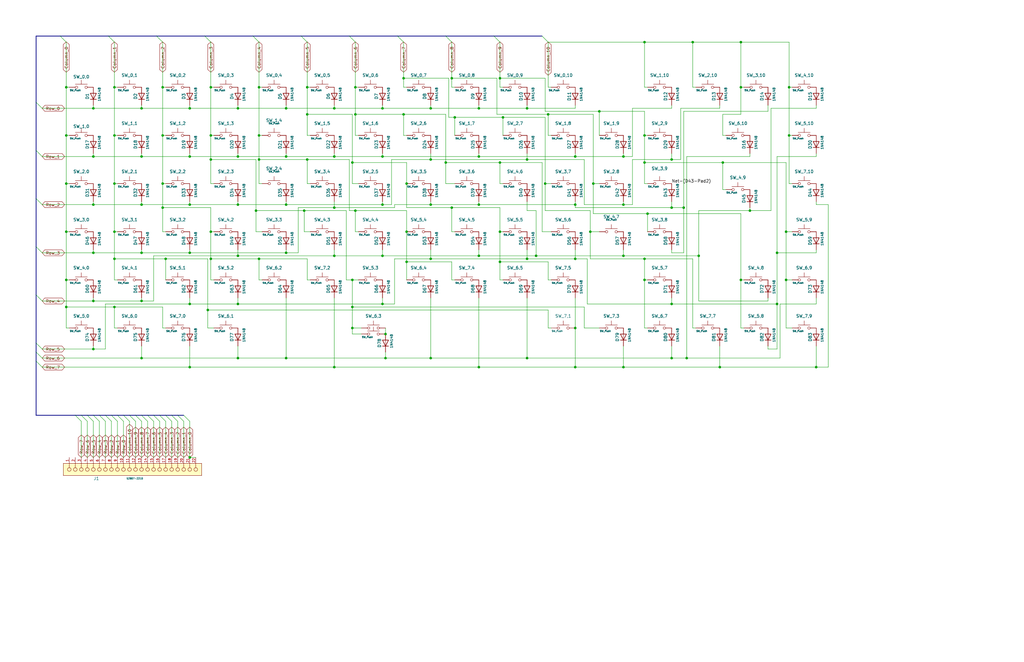
<source format=kicad_sch>
(kicad_sch (version 20211123) (generator eeschema)
  (paper "USLedger")
  (bus_alias "Matrix_Connection" (members "Matrix_Row_0" "Matrix_Row_1" "Matrix_Row_2" "Matrix_Row_3" "Matrix_Row_4" "Matrix_Row_5" "Matrix_Row_6" "Matrix_Row_7" "Matrix_Column_0" "Matrix_Column_1" "Matrix_Column_2" "Matrix_Column_3" "Matrix_Column_4" "Matrix_Column_5" "Matrix_Column_6" "Matrix_Column_7" "Matrix_Column_8" "Matrix_Column_9" "Matrix_Column_10"))
  (junction (at 48.26 77.47))
  (junction (at 27.94 57.15))
  (junction (at 242.57 66.04))
  (junction (at 312.42 118.11))
  (junction (at 161.29 86.36))
  (junction (at 242.57 154.94))
  (junction (at 80.01 86.36))
  (junction (at 88.9 109.22))
  (junction (at 39.37 127))
  (junction (at 222.25 151.13))
  (junction (at 201.93 86.36))
  (junction (at 149.86 48.26))
  (junction (at 129.54 67.31))
  (junction (at 161.29 66.04))
  (junction (at 120.65 151.13))
  (junction (at 250.19 77.47))
  (junction (at 39.37 66.04))
  (junction (at 170.18 48.26))
  (junction (at 68.58 36.83))
  (junction (at 80.01 154.94))
  (junction (at 100.33 128.27))
  (junction (at 27.94 36.83))
  (junction (at 171.45 97.79))
  (junction (at 39.37 106.68))
  (junction (at 140.97 154.94))
  (junction (at 120.65 106.68))
  (junction (at 271.78 109.22))
  (junction (at 88.9 57.15))
  (junction (at 273.05 90.17))
  (junction (at 129.54 48.26))
  (junction (at 161.29 128.27))
  (junction (at 59.69 106.68))
  (junction (at 27.94 118.11))
  (junction (at 149.86 88.9))
  (junction (at 190.5 33.02))
  (junction (at 262.89 154.94))
  (junction (at 59.69 45.72))
  (junction (at 140.97 87.63))
  (junction (at 222.25 109.22))
  (junction (at 316.23 88.9))
  (junction (at 161.29 107.95))
  (junction (at 288.29 87.63))
  (junction (at 229.87 77.47))
  (junction (at 48.26 129.54))
  (junction (at 262.89 107.95))
  (junction (at 331.47 118.11))
  (junction (at 80.01 193.04))
  (junction (at 201.93 154.94))
  (junction (at 312.42 36.83))
  (junction (at 248.92 97.79))
  (junction (at 190.5 87.63))
  (junction (at 344.17 154.94))
  (junction (at 294.64 107.95))
  (junction (at 292.1 17.78))
  (junction (at 271.78 118.11))
  (junction (at 226.06 107.95))
  (junction (at 283.21 67.31))
  (junction (at 210.82 33.02))
  (junction (at 149.86 36.83))
  (junction (at 187.96 68.58))
  (junction (at 120.65 66.04))
  (junction (at 87.63 130.81))
  (junction (at 171.45 77.47))
  (junction (at 80.01 66.04))
  (junction (at 181.61 67.31))
  (junction (at 107.95 88.9))
  (junction (at 27.94 77.47))
  (junction (at 210.82 68.58))
  (junction (at 212.09 49.53))
  (junction (at 27.94 97.79))
  (junction (at 289.56 151.13))
  (junction (at 332.74 36.83))
  (junction (at 69.85 109.22))
  (junction (at 68.58 77.47))
  (junction (at 59.69 127))
  (junction (at 148.59 118.11))
  (junction (at 80.01 128.27))
  (junction (at 252.73 46.99))
  (junction (at 68.58 57.15))
  (junction (at 181.61 45.72))
  (junction (at 210.82 97.79))
  (junction (at 88.9 97.79))
  (junction (at 271.78 68.58))
  (junction (at 48.26 57.15))
  (junction (at 48.26 36.83))
  (junction (at 304.8 68.58))
  (junction (at 140.97 45.72))
  (junction (at 129.54 36.83))
  (junction (at 88.9 67.31))
  (junction (at 201.93 66.04))
  (junction (at 262.89 86.36))
  (junction (at 242.57 138.43))
  (junction (at 283.21 128.27))
  (junction (at 80.01 106.68))
  (junction (at 331.47 97.79))
  (junction (at 271.78 57.15))
  (junction (at 332.74 57.15))
  (junction (at 327.66 128.27))
  (junction (at 59.69 66.04))
  (junction (at 80.01 45.72))
  (junction (at 171.45 110.49))
  (junction (at 201.93 107.95))
  (junction (at 162.56 151.13))
  (junction (at 88.9 36.83))
  (junction (at 48.26 109.22))
  (junction (at 100.33 45.72))
  (junction (at 59.69 151.13))
  (junction (at 242.57 86.36))
  (junction (at 181.61 151.13))
  (junction (at 100.33 66.04))
  (junction (at 68.58 87.63))
  (junction (at 222.25 67.31))
  (junction (at 303.53 154.94))
  (junction (at 100.33 107.95))
  (junction (at 161.29 45.72))
  (junction (at 39.37 45.72))
  (junction (at 48.26 97.79))
  (junction (at 222.25 45.72))
  (junction (at 242.57 109.22))
  (junction (at 181.61 86.36))
  (junction (at 191.77 49.53))
  (junction (at 128.27 88.9))
  (junction (at 262.89 66.04))
  (junction (at 140.97 107.95))
  (junction (at 120.65 45.72))
  (junction (at 109.22 67.31))
  (junction (at 27.94 129.54))
  (junction (at 210.82 110.49))
  (junction (at 271.78 17.78))
  (junction (at 109.22 109.22))
  (junction (at 120.65 86.36))
  (junction (at 148.59 129.54))
  (junction (at 170.18 33.02))
  (junction (at 181.61 109.22))
  (junction (at 283.21 87.63))
  (junction (at 109.22 36.83))
  (junction (at 283.21 151.13))
  (junction (at 162.56 140.97))
  (junction (at 109.22 57.15))
  (junction (at 327.66 106.68))
  (junction (at 148.59 68.58))
  (junction (at 39.37 147.32))
  (junction (at 140.97 66.04))
  (junction (at 59.69 86.36))
  (junction (at 201.93 45.72))
  (junction (at 231.14 48.26))
  (junction (at 100.33 86.36))
  (junction (at 148.59 138.43))
  (junction (at 39.37 86.36))
  (junction (at 312.42 17.78))
  (junction (at 100.33 151.13))
  (bus_entry (at 127 15.24) (size 2.54 2.54))
  (bus_entry (at 86.36 15.24) (size 2.54 2.54))
  (bus_entry (at 106.68 15.24) (size 2.54 2.54))
  (bus_entry (at 15.24 152.4) (size 2.54 2.54))
  (bus_entry (at 228.6 15.24) (size 2.54 2.54))
  (bus_entry (at 208.28 15.24) (size 2.54 2.54))
  (bus_entry (at 77.47 175.26) (size 2.54 2.54))
  (bus_entry (at 74.93 175.26) (size 2.54 2.54))
  (bus_entry (at 72.39 175.26) (size 2.54 2.54))
  (bus_entry (at 167.64 15.24) (size 2.54 2.54))
  (bus_entry (at 187.96 15.24) (size 2.54 2.54))
  (bus_entry (at 45.72 15.24) (size 2.54 2.54))
  (bus_entry (at 25.4 15.24) (size 2.54 2.54))
  (bus_entry (at 147.32 15.24) (size 2.54 2.54))
  (bus_entry (at 66.04 15.24) (size 2.54 2.54))
  (bus_entry (at 15.24 43.18) (size 2.54 2.54))
  (bus_entry (at 15.24 63.5) (size 2.54 2.54))
  (bus_entry (at 15.24 83.82) (size 2.54 2.54))
  (bus_entry (at 15.24 148.59) (size 2.54 2.54))
  (bus_entry (at 15.24 104.14) (size 2.54 2.54))
  (bus_entry (at 15.24 144.78) (size 2.54 2.54))
  (bus_entry (at 15.24 124.46) (size 2.54 2.54))
  (bus_entry (at 34.29 175.26) (size 2.54 2.54))
  (bus_entry (at 36.83 175.26) (size 2.54 2.54))
  (bus_entry (at 31.75 175.26) (size 2.54 2.54))
  (bus_entry (at 69.85 175.26) (size 2.54 2.54))
  (bus_entry (at 57.15 175.26) (size 2.54 2.54))
  (bus_entry (at 67.31 175.26) (size 2.54 2.54))
  (bus_entry (at 62.23 175.26) (size 2.54 2.54))
  (bus_entry (at 64.77 175.26) (size 2.54 2.54))
  (bus_entry (at 54.61 175.26) (size 2.54 2.54))
  (bus_entry (at 59.69 175.26) (size 2.54 2.54))
  (bus_entry (at 44.45 175.26) (size 2.54 2.54))
  (bus_entry (at 41.91 175.26) (size 2.54 2.54))
  (bus_entry (at 49.53 175.26) (size 2.54 2.54))
  (bus_entry (at 46.99 175.26) (size 2.54 2.54))
  (bus_entry (at 39.37 175.26) (size 2.54 2.54))
  (bus_entry (at 52.07 175.26) (size 2.54 2.54))
  (wire (pts (xy 242.57 138.43) (xy 242.57 154.94)))
  (wire (pts (xy 39.37 177.8) (xy 39.37 193.04)))
  (wire (pts (xy 166.37 86.36) (xy 181.61 86.36)))
  (wire (pts (xy 316.23 66.04) (xy 289.56 66.04)))
  (wire (pts (xy 48.26 77.47) (xy 49.53 77.47)))
  (bus (pts (xy 57.15 175.26) (xy 54.61 175.26)))
  (wire (pts (xy 226.06 107.95) (xy 262.89 107.95)))
  (wire (pts (xy 170.18 57.15) (xy 171.45 57.15)))
  (wire (pts (xy 149.86 48.26) (xy 170.18 48.26)))
  (wire (pts (xy 190.5 87.63) (xy 210.82 87.63)))
  (wire (pts (xy 190.5 33.02) (xy 190.5 36.83)))
  (wire (pts (xy 181.61 151.13) (xy 222.25 151.13)))
  (bus (pts (xy 15.24 152.4) (xy 15.24 175.26)))
  (wire (pts (xy 80.01 86.36) (xy 80.01 85.09)))
  (wire (pts (xy 128.27 88.9) (xy 146.05 88.9)))
  (wire (pts (xy 161.29 125.73) (xy 161.29 128.27)))
  (wire (pts (xy 266.7 45.72) (xy 266.7 66.04)))
  (wire (pts (xy 148.59 68.58) (xy 171.45 68.58)))
  (wire (pts (xy 283.21 106.68) (xy 288.29 106.68)))
  (wire (pts (xy 149.86 36.83) (xy 151.13 36.83)))
  (wire (pts (xy 242.57 86.36) (xy 242.57 85.09)))
  (wire (pts (xy 181.61 86.36) (xy 181.61 85.09)))
  (wire (pts (xy 107.95 88.9) (xy 128.27 88.9)))
  (bus (pts (xy 15.24 148.59) (xy 15.24 152.4)))
  (wire (pts (xy 120.65 45.72) (xy 140.97 45.72)))
  (wire (pts (xy 292.1 17.78) (xy 292.1 36.83)))
  (wire (pts (xy 231.14 57.15) (xy 232.41 57.15)))
  (wire (pts (xy 100.33 86.36) (xy 100.33 85.09)))
  (wire (pts (xy 201.93 64.77) (xy 201.93 66.04)))
  (wire (pts (xy 148.59 68.58) (xy 148.59 77.47)))
  (wire (pts (xy 149.86 88.9) (xy 171.45 88.9)))
  (wire (pts (xy 161.29 66.04) (xy 201.93 66.04)))
  (wire (pts (xy 100.33 105.41) (xy 100.33 107.95)))
  (wire (pts (xy 229.87 49.53) (xy 229.87 77.47)))
  (bus (pts (xy 15.24 63.5) (xy 15.24 83.82)))
  (wire (pts (xy 39.37 106.68) (xy 39.37 105.41)))
  (wire (pts (xy 331.47 97.79) (xy 331.47 118.11)))
  (wire (pts (xy 68.58 87.63) (xy 88.9 87.63)))
  (wire (pts (xy 88.9 97.79) (xy 88.9 109.22)))
  (wire (pts (xy 283.21 128.27) (xy 327.66 128.27)))
  (wire (pts (xy 39.37 66.04) (xy 59.69 66.04)))
  (wire (pts (xy 107.95 88.9) (xy 107.95 97.79)))
  (wire (pts (xy 129.54 118.11) (xy 130.81 118.11)))
  (wire (pts (xy 100.33 107.95) (xy 140.97 107.95)))
  (wire (pts (xy 46.99 177.8) (xy 46.99 193.04)))
  (wire (pts (xy 271.78 57.15) (xy 273.05 57.15)))
  (wire (pts (xy 190.5 36.83) (xy 191.77 36.83)))
  (wire (pts (xy 262.89 105.41) (xy 262.89 107.95)))
  (wire (pts (xy 201.93 125.73) (xy 201.93 154.94)))
  (wire (pts (xy 231.14 36.83) (xy 232.41 36.83)))
  (wire (pts (xy 271.78 109.22) (xy 292.1 109.22)))
  (wire (pts (xy 140.97 66.04) (xy 161.29 66.04)))
  (wire (pts (xy 170.18 33.02) (xy 189.23 33.02)))
  (wire (pts (xy 231.14 138.43) (xy 232.41 138.43)))
  (wire (pts (xy 201.93 105.41) (xy 201.93 107.95)))
  (wire (pts (xy 161.29 64.77) (xy 161.29 66.04)))
  (wire (pts (xy 36.83 177.8) (xy 36.83 193.04)))
  (wire (pts (xy 48.26 118.11) (xy 49.53 118.11)))
  (wire (pts (xy 80.01 146.05) (xy 80.01 154.94)))
  (wire (pts (xy 80.01 66.04) (xy 100.33 66.04)))
  (wire (pts (xy 210.82 33.02) (xy 229.87 33.02)))
  (wire (pts (xy 148.59 129.54) (xy 148.59 138.43)))
  (wire (pts (xy 100.33 66.04) (xy 100.33 64.77)))
  (wire (pts (xy 140.97 107.95) (xy 161.29 107.95)))
  (wire (pts (xy 80.01 44.45) (xy 80.01 45.72)))
  (wire (pts (xy 87.63 109.22) (xy 87.63 130.81)))
  (wire (pts (xy 266.7 66.04) (xy 262.89 66.04)))
  (wire (pts (xy 27.94 77.47) (xy 27.94 57.15)))
  (wire (pts (xy 283.21 67.31) (xy 287.02 67.31)))
  (wire (pts (xy 59.69 66.04) (xy 59.69 64.77)))
  (wire (pts (xy 109.22 118.11) (xy 110.49 118.11)))
  (wire (pts (xy 59.69 146.05) (xy 59.69 151.13)))
  (wire (pts (xy 222.25 45.72) (xy 242.57 45.72)))
  (wire (pts (xy 149.86 88.9) (xy 149.86 97.79)))
  (wire (pts (xy 129.54 36.83) (xy 130.81 36.83)))
  (wire (pts (xy 48.26 129.54) (xy 48.26 138.43)))
  (wire (pts (xy 27.94 118.11) (xy 27.94 129.54)))
  (bus (pts (xy 208.28 15.24) (xy 228.6 15.24)))
  (bus (pts (xy 36.83 175.26) (xy 34.29 175.26)))
  (wire (pts (xy 120.65 125.73) (xy 120.65 151.13)))
  (wire (pts (xy 316.23 88.9) (xy 316.23 87.63)))
  (wire (pts (xy 129.54 57.15) (xy 130.81 57.15)))
  (wire (pts (xy 283.21 125.73) (xy 283.21 128.27)))
  (wire (pts (xy 77.47 177.8) (xy 77.47 193.04)))
  (wire (pts (xy 332.74 36.83) (xy 334.01 36.83)))
  (wire (pts (xy 283.21 106.68) (xy 283.21 105.41)))
  (wire (pts (xy 161.29 107.95) (xy 201.93 107.95)))
  (wire (pts (xy 242.57 125.73) (xy 242.57 138.43)))
  (wire (pts (xy 283.21 64.77) (xy 283.21 67.31)))
  (wire (pts (xy 181.61 86.36) (xy 201.93 86.36)))
  (wire (pts (xy 59.69 86.36) (xy 59.69 85.09)))
  (wire (pts (xy 292.1 138.43) (xy 293.37 138.43)))
  (wire (pts (xy 171.45 97.79) (xy 171.45 110.49)))
  (wire (pts (xy 181.61 151.13) (xy 162.56 151.13)))
  (bus (pts (xy 147.32 15.24) (xy 167.64 15.24)))
  (wire (pts (xy 304.8 80.01) (xy 306.07 80.01)))
  (wire (pts (xy 68.58 57.15) (xy 69.85 57.15)))
  (wire (pts (xy 161.29 85.09) (xy 161.29 86.36)))
  (wire (pts (xy 125.73 87.63) (xy 140.97 87.63)))
  (wire (pts (xy 344.17 146.05) (xy 344.17 154.94)))
  (wire (pts (xy 209.55 33.02) (xy 209.55 48.26)))
  (wire (pts (xy 88.9 67.31) (xy 107.95 67.31)))
  (wire (pts (xy 109.22 36.83) (xy 109.22 57.15)))
  (wire (pts (xy 120.65 86.36) (xy 120.65 85.09)))
  (wire (pts (xy 328.93 151.13) (xy 328.93 128.27)))
  (wire (pts (xy 44.45 177.8) (xy 44.45 193.04)))
  (wire (pts (xy 190.5 33.02) (xy 209.55 33.02)))
  (bus (pts (xy 127 15.24) (xy 147.32 15.24)))
  (wire (pts (xy 222.25 67.31) (xy 246.38 67.31)))
  (wire (pts (xy 49.53 177.8) (xy 49.53 193.04)))
  (wire (pts (xy 170.18 48.26) (xy 170.18 57.15)))
  (wire (pts (xy 88.9 109.22) (xy 88.9 118.11)))
  (wire (pts (xy 68.58 36.83) (xy 68.58 57.15)))
  (wire (pts (xy 271.78 118.11) (xy 271.78 138.43)))
  (wire (pts (xy 226.06 88.9) (xy 226.06 107.95)))
  (bus (pts (xy 59.69 175.26) (xy 57.15 175.26)))
  (wire (pts (xy 210.82 97.79) (xy 210.82 110.49)))
  (wire (pts (xy 100.33 66.04) (xy 120.65 66.04)))
  (wire (pts (xy 39.37 44.45) (xy 39.37 45.72)))
  (wire (pts (xy 210.82 118.11) (xy 212.09 118.11)))
  (wire (pts (xy 292.1 36.83) (xy 293.37 36.83)))
  (wire (pts (xy 87.63 130.81) (xy 87.63 138.43)))
  (wire (pts (xy 222.25 125.73) (xy 222.25 151.13)))
  (wire (pts (xy 147.32 67.31) (xy 147.32 88.9)))
  (wire (pts (xy 48.26 57.15) (xy 48.26 77.47)))
  (wire (pts (xy 69.85 109.22) (xy 87.63 109.22)))
  (wire (pts (xy 52.07 177.8) (xy 52.07 193.04)))
  (wire (pts (xy 171.45 77.47) (xy 171.45 87.63)))
  (bus (pts (xy 54.61 175.26) (xy 52.07 175.26)))
  (wire (pts (xy 231.14 48.26) (xy 231.14 57.15)))
  (wire (pts (xy 109.22 17.78) (xy 109.22 36.83)))
  (wire (pts (xy 140.97 125.73) (xy 140.97 154.94)))
  (bus (pts (xy 52.07 175.26) (xy 49.53 175.26)))
  (wire (pts (xy 140.97 154.94) (xy 201.93 154.94)))
  (wire (pts (xy 27.94 57.15) (xy 27.94 36.83)))
  (wire (pts (xy 27.94 118.11) (xy 29.21 118.11)))
  (wire (pts (xy 88.9 87.63) (xy 88.9 97.79)))
  (wire (pts (xy 161.29 105.41) (xy 161.29 107.95)))
  (wire (pts (xy 191.77 77.47) (xy 187.96 77.47)))
  (wire (pts (xy 201.93 86.36) (xy 201.93 85.09)))
  (wire (pts (xy 161.29 128.27) (xy 166.37 128.27)))
  (wire (pts (xy 48.26 36.83) (xy 48.26 57.15)))
  (wire (pts (xy 149.86 97.79) (xy 151.13 97.79)))
  (wire (pts (xy 303.53 154.94) (xy 344.17 154.94)))
  (wire (pts (xy 39.37 45.72) (xy 59.69 45.72)))
  (wire (pts (xy 39.37 86.36) (xy 39.37 85.09)))
  (wire (pts (xy 222.25 44.45) (xy 222.25 45.72)))
  (wire (pts (xy 271.78 57.15) (xy 271.78 68.58)))
  (wire (pts (xy 292.1 138.43) (xy 292.1 109.22)))
  (wire (pts (xy 170.18 36.83) (xy 171.45 36.83)))
  (wire (pts (xy 129.54 48.26) (xy 148.59 48.26)))
  (wire (pts (xy 27.94 77.47) (xy 29.21 77.47)))
  (wire (pts (xy 125.73 106.68) (xy 125.73 87.63)))
  (wire (pts (xy 332.74 36.83) (xy 332.74 57.15)))
  (bus (pts (xy 106.68 15.24) (xy 127 15.24)))
  (wire (pts (xy 271.78 17.78) (xy 271.78 36.83)))
  (wire (pts (xy 266.7 67.31) (xy 283.21 67.31)))
  (wire (pts (xy 294.64 107.95) (xy 294.64 88.9)))
  (wire (pts (xy 27.94 36.83) (xy 29.21 36.83)))
  (wire (pts (xy 88.9 57.15) (xy 88.9 67.31)))
  (wire (pts (xy 48.26 36.83) (xy 49.53 36.83)))
  (wire (pts (xy 231.14 118.11) (xy 231.14 110.49)))
  (wire (pts (xy 39.37 86.36) (xy 59.69 86.36)))
  (wire (pts (xy 201.93 154.94) (xy 242.57 154.94)))
  (wire (pts (xy 74.93 177.8) (xy 74.93 193.04)))
  (wire (pts (xy 107.95 97.79) (xy 110.49 97.79)))
  (wire (pts (xy 344.17 106.68) (xy 327.66 106.68)))
  (wire (pts (xy 327.66 66.04) (xy 344.17 66.04)))
  (wire (pts (xy 17.78 151.13) (xy 59.69 151.13)))
  (wire (pts (xy 69.85 177.8) (xy 69.85 193.04)))
  (wire (pts (xy 88.9 36.83) (xy 90.17 36.83)))
  (wire (pts (xy 229.87 46.99) (xy 252.73 46.99)))
  (wire (pts (xy 64.77 127) (xy 64.77 107.95)))
  (wire (pts (xy 59.69 151.13) (xy 100.33 151.13)))
  (wire (pts (xy 323.85 147.32) (xy 323.85 146.05)))
  (wire (pts (xy 120.65 64.77) (xy 120.65 66.04)))
  (wire (pts (xy 80.01 86.36) (xy 100.33 86.36)))
  (wire (pts (xy 262.89 86.36) (xy 262.89 85.09)))
  (wire (pts (xy 210.82 77.47) (xy 212.09 77.47)))
  (wire (pts (xy 181.61 64.77) (xy 181.61 67.31)))
  (wire (pts (xy 166.37 109.22) (xy 166.37 128.27)))
  (wire (pts (xy 59.69 44.45) (xy 59.69 45.72)))
  (wire (pts (xy 248.92 109.22) (xy 271.78 109.22)))
  (wire (pts (xy 250.19 90.17) (xy 250.19 77.47)))
  (wire (pts (xy 222.25 109.22) (xy 242.57 109.22)))
  (wire (pts (xy 149.86 88.9) (xy 147.32 88.9)))
  (wire (pts (xy 140.97 64.77) (xy 140.97 66.04)))
  (wire (pts (xy 246.38 129.54) (xy 246.38 138.43)))
  (wire (pts (xy 210.82 33.02) (xy 210.82 36.83)))
  (wire (pts (xy 271.78 109.22) (xy 271.78 118.11)))
  (wire (pts (xy 190.5 87.63) (xy 190.5 97.79)))
  (wire (pts (xy 59.69 127) (xy 64.77 127)))
  (wire (pts (xy 149.86 17.78) (xy 149.86 36.83)))
  (wire (pts (xy 64.77 177.8) (xy 64.77 193.04)))
  (bus (pts (xy 15.24 15.24) (xy 15.24 43.18)))
  (wire (pts (xy 39.37 66.04) (xy 39.37 64.77)))
  (wire (pts (xy 148.59 138.43) (xy 152.4 138.43)))
  (wire (pts (xy 62.23 177.8) (xy 62.23 193.04)))
  (wire (pts (xy 283.21 87.63) (xy 288.29 87.63)))
  (wire (pts (xy 210.82 97.79) (xy 212.09 97.79)))
  (wire (pts (xy 271.78 46.99) (xy 271.78 57.15)))
  (wire (pts (xy 222.25 151.13) (xy 283.21 151.13)))
  (wire (pts (xy 210.82 36.83) (xy 212.09 36.83)))
  (wire (pts (xy 271.78 68.58) (xy 304.8 68.58)))
  (wire (pts (xy 229.87 33.02) (xy 229.87 46.99)))
  (wire (pts (xy 59.69 45.72) (xy 80.01 45.72)))
  (wire (pts (xy 294.64 127) (xy 323.85 127)))
  (wire (pts (xy 349.25 86.36) (xy 349.25 154.94)))
  (wire (pts (xy 68.58 57.15) (xy 68.58 77.47)))
  (wire (pts (xy 48.26 97.79) (xy 48.26 109.22)))
  (wire (pts (xy 242.57 87.63) (xy 242.57 86.36)))
  (wire (pts (xy 312.42 36.83) (xy 313.69 36.83)))
  (wire (pts (xy 201.93 107.95) (xy 226.06 107.95)))
  (wire (pts (xy 68.58 36.83) (xy 69.85 36.83)))
  (wire (pts (xy 166.37 87.63) (xy 166.37 86.36)))
  (wire (pts (xy 242.57 105.41) (xy 242.57 109.22)))
  (wire (pts (xy 312.42 118.11) (xy 313.69 118.11)))
  (wire (pts (xy 68.58 138.43) (xy 69.85 138.43)))
  (wire (pts (xy 228.6 68.58) (xy 228.6 97.79)))
  (wire (pts (xy 323.85 127) (xy 323.85 125.73)))
  (wire (pts (xy 181.61 67.31) (xy 165.1 67.31)))
  (wire (pts (xy 39.37 106.68) (xy 59.69 106.68)))
  (wire (pts (xy 189.23 49.53) (xy 191.77 49.53)))
  (wire (pts (xy 171.45 110.49) (xy 171.45 118.11)))
  (wire (pts (xy 248.92 97.79) (xy 252.73 97.79)))
  (wire (pts (xy 170.18 48.26) (xy 187.96 48.26)))
  (wire (pts (xy 109.22 57.15) (xy 110.49 57.15)))
  (wire (pts (xy 187.96 68.58) (xy 187.96 77.47)))
  (wire (pts (xy 148.59 77.47) (xy 151.13 77.47)))
  (wire (pts (xy 191.77 49.53) (xy 191.77 57.15)))
  (wire (pts (xy 242.57 154.94) (xy 262.89 154.94)))
  (wire (pts (xy 187.96 48.26) (xy 187.96 68.58)))
  (wire (pts (xy 72.39 177.8) (xy 72.39 193.04)))
  (wire (pts (xy 88.9 118.11) (xy 90.17 118.11)))
  (wire (pts (xy 288.29 87.63) (xy 288.29 46.99)))
  (wire (pts (xy 146.05 118.11) (xy 148.59 118.11)))
  (wire (pts (xy 17.78 127) (xy 39.37 127)))
  (wire (pts (xy 64.77 107.95) (xy 100.33 107.95)))
  (wire (pts (xy 80.01 106.68) (xy 80.01 105.41)))
  (wire (pts (xy 325.12 45.72) (xy 344.17 45.72)))
  (bus (pts (xy 44.45 175.26) (xy 41.91 175.26)))
  (wire (pts (xy 67.31 177.8) (xy 67.31 193.04)))
  (wire (pts (xy 68.58 97.79) (xy 69.85 97.79)))
  (wire (pts (xy 146.05 88.9) (xy 146.05 118.11)))
  (wire (pts (xy 68.58 77.47) (xy 68.58 87.63)))
  (wire (pts (xy 140.97 105.41) (xy 140.97 107.95)))
  (wire (pts (xy 201.93 66.04) (xy 242.57 66.04)))
  (wire (pts (xy 88.9 77.47) (xy 90.17 77.47)))
  (wire (pts (xy 289.56 151.13) (xy 328.93 151.13)))
  (wire (pts (xy 100.33 44.45) (xy 100.33 45.72)))
  (wire (pts (xy 44.45 128.27) (xy 80.01 128.27)))
  (wire (pts (xy 148.59 129.54) (xy 246.38 129.54)))
  (wire (pts (xy 129.54 77.47) (xy 130.81 77.47)))
  (wire (pts (xy 140.97 87.63) (xy 140.97 85.09)))
  (wire (pts (xy 327.66 128.27) (xy 327.66 147.32)))
  (wire (pts (xy 247.65 109.22) (xy 242.57 109.22)))
  (wire (pts (xy 148.59 118.11) (xy 151.13 118.11)))
  (wire (pts (xy 100.33 151.13) (xy 120.65 151.13)))
  (wire (pts (xy 80.01 106.68) (xy 120.65 106.68)))
  (wire (pts (xy 27.94 97.79) (xy 29.21 97.79)))
  (wire (pts (xy 109.22 67.31) (xy 109.22 77.47)))
  (bus (pts (xy 67.31 175.26) (xy 64.77 175.26)))
  (wire (pts (xy 287.02 45.72) (xy 287.02 67.31)))
  (wire (pts (xy 190.5 17.78) (xy 190.5 33.02)))
  (wire (pts (xy 210.82 68.58) (xy 210.82 77.47)))
  (wire (pts (xy 210.82 68.58) (xy 228.6 68.58)))
  (wire (pts (xy 252.73 46.99) (xy 252.73 57.15)))
  (bus (pts (xy 15.24 15.24) (xy 25.4 15.24)))
  (wire (pts (xy 171.45 87.63) (xy 190.5 87.63)))
  (wire (pts (xy 128.27 88.9) (xy 128.27 97.79)))
  (bus (pts (xy 69.85 175.26) (xy 67.31 175.26)))
  (bus (pts (xy 41.91 175.26) (xy 39.37 175.26)))
  (wire (pts (xy 294.64 88.9) (xy 316.23 88.9)))
  (wire (pts (xy 303.53 146.05) (xy 303.53 154.94)))
  (wire (pts (xy 242.57 87.63) (xy 283.21 87.63)))
  (wire (pts (xy 27.94 97.79) (xy 27.94 77.47)))
  (bus (pts (xy 15.24 83.82) (xy 15.24 104.14)))
  (wire (pts (xy 231.14 48.26) (xy 250.19 48.26)))
  (wire (pts (xy 231.14 17.78) (xy 231.14 36.83)))
  (wire (pts (xy 100.33 86.36) (xy 120.65 86.36)))
  (wire (pts (xy 331.47 68.58) (xy 331.47 97.79)))
  (wire (pts (xy 231.14 130.81) (xy 231.14 138.43)))
  (wire (pts (xy 271.78 138.43) (xy 273.05 138.43)))
  (wire (pts (xy 271.78 77.47) (xy 273.05 77.47)))
  (wire (pts (xy 344.17 86.36) (xy 344.17 85.09)))
  (wire (pts (xy 246.38 67.31) (xy 246.38 86.36)))
  (bus (pts (xy 72.39 175.26) (xy 69.85 175.26)))
  (wire (pts (xy 332.74 17.78) (xy 332.74 36.83)))
  (wire (pts (xy 316.23 64.77) (xy 316.23 66.04)))
  (wire (pts (xy 48.26 77.47) (xy 48.26 97.79)))
  (wire (pts (xy 87.63 130.81) (xy 231.14 130.81)))
  (wire (pts (xy 27.94 57.15) (xy 29.21 57.15)))
  (wire (pts (xy 107.95 67.31) (xy 107.95 88.9)))
  (wire (pts (xy 27.94 129.54) (xy 48.26 129.54)))
  (wire (pts (xy 181.61 44.45) (xy 181.61 45.72)))
  (wire (pts (xy 262.89 107.95) (xy 294.64 107.95)))
  (wire (pts (xy 129.54 48.26) (xy 129.54 57.15)))
  (wire (pts (xy 229.87 77.47) (xy 229.87 88.9)))
  (wire (pts (xy 59.69 106.68) (xy 80.01 106.68)))
  (wire (pts (xy 140.97 87.63) (xy 166.37 87.63)))
  (wire (pts (xy 327.66 147.32) (xy 323.85 147.32)))
  (bus (pts (xy 167.64 15.24) (xy 187.96 15.24)))
  (wire (pts (xy 148.59 118.11) (xy 148.59 129.54)))
  (wire (pts (xy 129.54 67.31) (xy 129.54 77.47)))
  (wire (pts (xy 17.78 106.68) (xy 39.37 106.68)))
  (wire (pts (xy 248.92 97.79) (xy 248.92 109.22)))
  (wire (pts (xy 100.33 45.72) (xy 120.65 45.72)))
  (wire (pts (xy 88.9 57.15) (xy 90.17 57.15)))
  (wire (pts (xy 283.21 45.72) (xy 266.7 45.72)))
  (wire (pts (xy 262.89 66.04) (xy 242.57 66.04)))
  (wire (pts (xy 181.61 105.41) (xy 181.61 109.22)))
  (wire (pts (xy 80.01 125.73) (xy 80.01 128.27)))
  (wire (pts (xy 328.93 128.27) (xy 344.17 128.27)))
  (wire (pts (xy 344.17 64.77) (xy 344.17 66.04)))
  (wire (pts (xy 212.09 49.53) (xy 212.09 57.15)))
  (wire (pts (xy 41.91 177.8) (xy 41.91 193.04)))
  (wire (pts (xy 109.22 57.15) (xy 109.22 67.31)))
  (wire (pts (xy 161.29 86.36) (xy 120.65 86.36)))
  (wire (pts (xy 210.82 17.78) (xy 210.82 33.02)))
  (wire (pts (xy 262.89 154.94) (xy 303.53 154.94)))
  (wire (pts (xy 344.17 86.36) (xy 349.25 86.36)))
  (wire (pts (xy 17.78 147.32) (xy 39.37 147.32)))
  (bus (pts (xy 45.72 15.24) (xy 66.04 15.24)))
  (wire (pts (xy 250.19 48.26) (xy 250.19 77.47)))
  (wire (pts (xy 331.47 97.79) (xy 334.01 97.79)))
  (bus (pts (xy 25.4 15.24) (xy 45.72 15.24)))
  (wire (pts (xy 120.65 66.04) (xy 140.97 66.04)))
  (wire (pts (xy 312.42 48.26) (xy 312.42 36.83)))
  (bus (pts (xy 15.24 43.18) (xy 15.24 63.5)))
  (wire (pts (xy 248.92 88.9) (xy 248.92 97.79)))
  (wire (pts (xy 294.64 107.95) (xy 294.64 127)))
  (wire (pts (xy 80.01 177.8) (xy 80.01 193.04)))
  (wire (pts (xy 120.65 106.68) (xy 120.65 105.41)))
  (wire (pts (xy 120.65 106.68) (xy 125.73 106.68)))
  (wire (pts (xy 312.42 17.78) (xy 332.74 17.78)))
  (wire (pts (xy 271.78 17.78) (xy 292.1 17.78)))
  (bus (pts (xy 15.24 104.14) (xy 15.24 124.46)))
  (wire (pts (xy 48.26 109.22) (xy 48.26 118.11)))
  (wire (pts (xy 304.8 48.26) (xy 304.8 57.15)))
  (wire (pts (xy 128.27 97.79) (xy 130.81 97.79)))
  (wire (pts (xy 88.9 67.31) (xy 88.9 77.47)))
  (bus (pts (xy 39.37 175.26) (xy 36.83 175.26)))
  (wire (pts (xy 222.25 105.41) (xy 222.25 109.22)))
  (wire (pts (xy 229.87 77.47) (xy 232.41 77.47)))
  (wire (pts (xy 90.17 138.43) (xy 87.63 138.43)))
  (wire (pts (xy 149.86 36.83) (xy 149.86 48.26)))
  (wire (pts (xy 165.1 67.31) (xy 165.1 86.36)))
  (wire (pts (xy 48.26 97.79) (xy 49.53 97.79)))
  (wire (pts (xy 27.94 138.43) (xy 29.21 138.43)))
  (wire (pts (xy 201.93 86.36) (xy 242.57 86.36)))
  (wire (pts (xy 289.56 66.04) (xy 289.56 151.13)))
  (wire (pts (xy 109.22 109.22) (xy 129.54 109.22)))
  (wire (pts (xy 262.89 86.36) (xy 266.7 86.36)))
  (wire (pts (xy 44.45 147.32) (xy 44.45 128.27)))
  (wire (pts (xy 190.5 118.11) (xy 191.77 118.11)))
  (bus (pts (xy 15.24 175.26) (xy 31.75 175.26)))
  (wire (pts (xy 247.65 128.27) (xy 247.65 109.22)))
  (wire (pts (xy 129.54 36.83) (xy 129.54 48.26)))
  (wire (pts (xy 59.69 177.8) (xy 59.69 193.04)))
  (wire (pts (xy 170.18 33.02) (xy 170.18 36.83)))
  (bus (pts (xy 66.04 15.24) (xy 86.36 15.24)))
  (wire (pts (xy 80.01 154.94) (xy 140.97 154.94)))
  (wire (pts (xy 312.42 118.11) (xy 312.42 138.43)))
  (bus (pts (xy 15.24 144.78) (xy 15.24 148.59)))
  (wire (pts (xy 68.58 87.63) (xy 68.58 97.79)))
  (wire (pts (xy 252.73 46.99) (xy 271.78 46.99)))
  (wire (pts (xy 80.01 128.27) (xy 100.33 128.27)))
  (wire (pts (xy 201.93 44.45) (xy 201.93 45.72)))
  (bus (pts (xy 49.53 175.26) (xy 46.99 175.26)))
  (wire (pts (xy 148.59 138.43) (xy 148.59 140.97)))
  (wire (pts (xy 316.23 88.9) (xy 325.12 88.9)))
  (wire (pts (xy 100.33 125.73) (xy 100.33 128.27)))
  (wire (pts (xy 273.05 90.17) (xy 273.05 97.79)))
  (wire (pts (xy 129.54 109.22) (xy 129.54 118.11)))
  (wire (pts (xy 68.58 129.54) (xy 68.58 138.43)))
  (wire (pts (xy 120.65 151.13) (xy 162.56 151.13)))
  (wire (pts (xy 17.78 45.72) (xy 39.37 45.72)))
  (wire (pts (xy 68.58 17.78) (xy 68.58 36.83)))
  (wire (pts (xy 162.56 148.59) (xy 162.56 151.13)))
  (wire (pts (xy 323.85 44.45) (xy 323.85 46.99)))
  (wire (pts (xy 210.82 110.49) (xy 210.82 118.11)))
  (wire (pts (xy 161.29 44.45) (xy 161.29 45.72)))
  (wire (pts (xy 88.9 36.83) (xy 88.9 57.15)))
  (wire (pts (xy 88.9 109.22) (xy 109.22 109.22)))
  (wire (pts (xy 80.01 66.04) (xy 80.01 64.77)))
  (wire (pts (xy 304.8 68.58) (xy 331.47 68.58)))
  (wire (pts (xy 148.59 48.26) (xy 148.59 68.58)))
  (wire (pts (xy 48.26 138.43) (xy 49.53 138.43)))
  (bus (pts (xy 15.24 124.46) (xy 15.24 144.78)))
  (wire (pts (xy 181.61 125.73) (xy 181.61 151.13)))
  (wire (pts (xy 140.97 45.72) (xy 161.29 45.72)))
  (wire (pts (xy 212.09 49.53) (xy 229.87 49.53)))
  (wire (pts (xy 39.37 127) (xy 59.69 127)))
  (wire (pts (xy 246.38 86.36) (xy 262.89 86.36)))
  (wire (pts (xy 140.97 44.45) (xy 140.97 45.72)))
  (wire (pts (xy 332.74 57.15) (xy 334.01 57.15)))
  (wire (pts (xy 262.89 64.77) (xy 262.89 66.04)))
  (wire (pts (xy 344.17 45.72) (xy 344.17 44.45)))
  (wire (pts (xy 250.19 77.47) (xy 252.73 77.47)))
  (wire (pts (xy 250.19 90.17) (xy 273.05 90.17)))
  (wire (pts (xy 181.61 67.31) (xy 222.25 67.31)))
  (wire (pts (xy 109.22 109.22) (xy 109.22 118.11)))
  (wire (pts (xy 100.33 128.27) (xy 161.29 128.27)))
  (wire (pts (xy 27.94 17.78) (xy 27.94 36.83)))
  (wire (pts (xy 27.94 118.11) (xy 27.94 97.79)))
  (wire (pts (xy 288.29 87.63) (xy 288.29 106.68)))
  (wire (pts (xy 149.86 48.26) (xy 149.86 57.15)))
  (wire (pts (xy 59.69 86.36) (xy 80.01 86.36)))
  (wire (pts (xy 109.22 67.31) (xy 129.54 67.31)))
  (wire (pts (xy 283.21 45.72) (xy 283.21 44.45)))
  (wire (pts (xy 161.29 86.36) (xy 165.1 86.36)))
  (wire (pts (xy 191.77 49.53) (xy 212.09 49.53)))
  (wire (pts (xy 80.01 45.72) (xy 100.33 45.72)))
  (wire (pts (xy 222.25 85.09) (xy 222.25 88.9)))
  (wire (pts (xy 226.06 88.9) (xy 222.25 88.9)))
  (wire (pts (xy 210.82 87.63) (xy 210.82 97.79)))
  (wire (pts (xy 231.14 17.78) (xy 271.78 17.78)))
  (wire (pts (xy 48.26 129.54) (xy 68.58 129.54)))
  (wire (pts (xy 262.89 146.05) (xy 262.89 154.94)))
  (wire (pts (xy 232.41 97.79) (xy 228.6 97.79)))
  (bus (pts (xy 74.93 175.26) (xy 72.39 175.26)))
  (wire (pts (xy 109.22 36.83) (xy 110.49 36.83)))
  (wire (pts (xy 190.5 97.79) (xy 191.77 97.79)))
  (wire (pts (xy 325.12 45.72) (xy 325.12 88.9)))
  (wire (pts (xy 181.61 109.22) (xy 222.25 109.22)))
  (wire (pts (xy 181.61 109.22) (xy 166.37 109.22)))
  (bus (pts (xy 46.99 175.26) (xy 44.45 175.26)))
  (wire (pts (xy 332.74 77.47) (xy 334.01 77.47)))
  (wire (pts (xy 242.57 64.77) (xy 242.57 66.04)))
  (wire (pts (xy 246.38 138.43) (xy 252.73 138.43)))
  (wire (pts (xy 39.37 146.05) (xy 39.37 147.32)))
  (wire (pts (xy 210.82 110.49) (xy 231.14 110.49)))
  (wire (pts (xy 283.21 146.05) (xy 283.21 151.13)))
  (wire (pts (xy 304.8 57.15) (xy 306.07 57.15)))
  (wire (pts (xy 331.47 118.11) (xy 334.01 118.11)))
  (wire (pts (xy 148.59 140.97) (xy 152.4 140.97)))
  (wire (pts (xy 149.86 57.15) (xy 151.13 57.15)))
  (wire (pts (xy 331.47 138.43) (xy 334.01 138.43)))
  (wire (pts (xy 231.14 118.11) (xy 232.41 118.11)))
  (wire (pts (xy 27.94 138.43) (xy 27.94 129.54)))
  (wire (pts (xy 88.9 17.78) (xy 88.9 36.83)))
  (wire (pts (xy 17.78 154.94) (xy 80.01 154.94)))
  (wire (pts (xy 222.25 64.77) (xy 222.25 67.31)))
  (wire (pts (xy 171.45 97.79) (xy 171.45 88.9)))
  (wire (pts (xy 39.37 127) (xy 39.37 125.73)))
  (wire (pts (xy 266.7 67.31) (xy 266.7 86.36)))
  (bus (pts (xy 64.77 175.26) (xy 62.23 175.26)))
  (wire (pts (xy 273.05 90.17) (xy 312.42 90.17)))
  (wire (pts (xy 332.74 57.15) (xy 332.74 77.47)))
  (wire (pts (xy 287.02 45.72) (xy 303.53 45.72)))
  (wire (pts (xy 109.22 77.47) (xy 110.49 77.47)))
  (wire (pts (xy 283.21 151.13) (xy 289.56 151.13)))
  (wire (pts (xy 288.29 46.99) (xy 323.85 46.99)))
  (wire (pts (xy 181.61 45.72) (xy 201.93 45.72)))
  (wire (pts (xy 48.26 109.22) (xy 69.85 109.22)))
  (wire (pts (xy 190.5 118.11) (xy 190.5 110.49)))
  (bus (pts (xy 187.96 15.24) (xy 208.28 15.24)))
  (wire (pts (xy 68.58 77.47) (xy 69.85 77.47)))
  (wire (pts (xy 271.78 36.83) (xy 273.05 36.83)))
  (wire (pts (xy 283.21 85.09) (xy 283.21 87.63)))
  (wire (pts (xy 327.66 106.68) (xy 327.66 128.27)))
  (wire (pts (xy 312.42 17.78) (xy 312.42 36.83)))
  (wire (pts (xy 271.78 118.11) (xy 273.05 118.11)))
  (wire (pts (xy 304.8 68.58) (xy 304.8 80.01)))
  (wire (pts (xy 162.56 138.43) (xy 162.56 140.97)))
  (bus (pts (xy 34.29 175.26) (xy 31.75 175.26)))
  (wire (pts (xy 312.42 90.17) (xy 312.42 118.11)))
  (wire (pts (xy 48.26 17.78) (xy 48.26 36.83)))
  (wire (pts (xy 248.92 88.9) (xy 229.87 88.9)))
  (wire (pts (xy 120.65 44.45) (xy 120.65 45.72)))
  (wire (pts (xy 331.47 118.11) (xy 331.47 138.43)))
  (wire (pts (xy 59.69 127) (xy 59.69 125.73)))
  (wire (pts (xy 283.21 128.27) (xy 247.65 128.27)))
  (wire (pts (xy 54.61 177.8) (xy 54.61 193.04)))
  (wire (pts (xy 209.55 48.26) (xy 231.14 48.26)))
  (wire (pts (xy 171.45 68.58) (xy 171.45 77.47)))
  (bus (pts (xy 62.23 175.26) (xy 59.69 175.26)))
  (wire (pts (xy 69.85 109.22) (xy 69.85 118.11)))
  (wire (pts (xy 59.69 106.68) (xy 59.69 105.41)))
  (wire (pts (xy 201.93 45.72) (xy 222.25 45.72)))
  (wire (pts (xy 210.82 68.58) (xy 187.96 68.58)))
  (wire (pts (xy 39.37 147.32) (xy 44.45 147.32)))
  (bus (pts (xy 86.36 15.24) (xy 106.68 15.24)))
  (wire (pts (xy 303.53 45.72) (xy 303.53 44.45)))
  (wire (pts (xy 304.8 48.26) (xy 312.42 48.26)))
  (wire (pts (xy 271.78 68.58) (xy 271.78 77.47)))
  (wire (pts (xy 88.9 97.79) (xy 90.17 97.79)))
  (wire (pts (xy 80.01 193.04) (xy 82.55 193.04)))
  (wire (pts (xy 161.29 45.72) (xy 181.61 45.72)))
  (wire (pts (xy 17.78 86.36) (xy 39.37 86.36)))
  (wire (pts (xy 59.69 66.04) (xy 80.01 66.04)))
  (wire (pts (xy 312.42 138.43) (xy 313.69 138.43)))
  (wire (pts (xy 344.17 106.68) (xy 344.17 105.41)))
  (wire (pts (xy 57.15 177.8) (xy 57.15 193.04)))
  (wire (pts (xy 34.29 177.8) (xy 34.29 193.04)))
  (wire (pts (xy 17.78 66.04) (xy 39.37 66.04)))
  (wire (pts (xy 129.54 67.31) (xy 147.32 67.31)))
  (wire (pts (xy 48.26 57.15) (xy 49.53 57.15)))
  (wire (pts (xy 129.54 17.78) (xy 129.54 36.83)))
  (wire (pts (xy 344.17 125.73) (xy 344.17 128.27)))
  (wire (pts (xy 170.18 17.78) (xy 170.18 33.02)))
  (wire (pts (xy 242.57 45.72) (xy 242.57 44.45)))
  (wire (pts (xy 100.33 146.05) (xy 100.33 151.13)))
  (wire (pts (xy 349.25 154.94) (xy 344.17 154.94)))
  (wire (pts (xy 171.45 110.49) (xy 190.5 110.49)))
  (bus (pts (xy 77.47 175.26) (xy 74.93 175.26)))
  (wire (pts (xy 327.66 66.04) (xy 327.66 106.68)))
  (wire (pts (xy 189.23 33.02) (xy 189.23 49.53)))
  (wire (pts (xy 292.1 17.78) (xy 312.42 17.78)))
  (label "Net-(D43-Pad2)" (at 283.21 77.47 0))
  (global_label "Column_5" (shape bidirectional) (at 67.31 193.04 90) (property "Intersheet References" "${INTERSHEET_REFS}" (effects hide)))
  (global_label "Row_0" (shape bidirectional) (at 17.78 45.72 0) (property "Intersheet References" "${INTERSHEET_REFS}" (effects hide)))
  (global_label "Column_4" (shape bidirectional) (at 69.85 193.04 90) (property "Intersheet References" "${INTERSHEET_REFS}" (effects hide)))
  (global_label "Row_4" (shape bidirectional) (at 17.78 127 0) (property "Intersheet References" "${INTERSHEET_REFS}" (effects hide)))
  (global_label "Row_3" (shape bidirectional) (at 44.45 193.04 90) (property "Intersheet References" "${INTERSHEET_REFS}" (effects hide)))
  (global_label "Column_7" (shape bidirectional) (at 62.23 193.04 90) (property "Intersheet References" "${INTERSHEET_REFS}" (effects hide)))
  (global_label "Column_2" (shape bidirectional) (at 74.93 193.04 90) (property "Intersheet References" "${INTERSHEET_REFS}" (effects hide)))
  (global_label "Row_0" (shape bidirectional) (at 52.07 193.04 90) (property "Intersheet References" "${INTERSHEET_REFS}" (effects hide)))
  (global_label "Column_2" (shape bidirectional) (at 68.58 30.48 90) (property "Intersheet References" "${INTERSHEET_REFS}" (effects hide)))
  (global_label "Row_4" (shape bidirectional) (at 41.91 193.04 90) (property "Intersheet References" "${INTERSHEET_REFS}" (effects hide)))
  (global_label "Column_5" (shape bidirectional) (at 129.54 30.48 90) (property "Intersheet References" "${INTERSHEET_REFS}" (effects hide)))
  (global_label "Column_1" (shape bidirectional) (at 48.26 30.48 90) (property "Intersheet References" "${INTERSHEET_REFS}" (effects hide)))
  (global_label "Row_5" (shape bidirectional) (at 39.37 193.04 90) (property "Intersheet References" "${INTERSHEET_REFS}" (effects hide)))
  (global_label "Column_0" (shape bidirectional) (at 27.94 30.48 90) (property "Intersheet References" "${INTERSHEET_REFS}" (effects hide)))
  (global_label "Row_7" (shape bidirectional) (at 17.78 154.94 0) (property "Intersheet References" "${INTERSHEET_REFS}" (effects hide)))
  (global_label "Column_7" (shape bidirectional) (at 170.18 30.48 90) (property "Intersheet References" "${INTERSHEET_REFS}" (effects hide)))
  (global_label "Row_5" (shape bidirectional) (at 17.78 147.32 0) (property "Intersheet References" "${INTERSHEET_REFS}" (effects hide)))
  (global_label "Column_0" (shape bidirectional) (at 80.01 193.04 90) (property "Intersheet References" "${INTERSHEET_REFS}" (effects hide)))
  (global_label "Column_8" (shape bidirectional) (at 190.5 30.48 90) (property "Intersheet References" "${INTERSHEET_REFS}" (effects hide)))
  (global_label "Row_2" (shape bidirectional) (at 46.99 193.04 90) (property "Intersheet References" "${INTERSHEET_REFS}" (effects hide)))
  (global_label "Row_1" (shape bidirectional) (at 49.53 193.04 90) (property "Intersheet References" "${INTERSHEET_REFS}" (effects hide)))
  (global_label "Row_6" (shape bidirectional) (at 36.83 193.04 90) (property "Intersheet References" "${INTERSHEET_REFS}" (effects hide)))
  (global_label "Row_6" (shape bidirectional) (at 17.78 151.13 0) (property "Intersheet References" "${INTERSHEET_REFS}" (effects hide)))
  (global_label "Column_9" (shape bidirectional) (at 57.15 193.04 90) (property "Intersheet References" "${INTERSHEET_REFS}" (effects hide)))
  (global_label "Row_7" (shape bidirectional) (at 34.29 193.04 90) (property "Intersheet References" "${INTERSHEET_REFS}" (effects hide)))
  (global_label "Row_2" (shape bidirectional) (at 17.78 86.36 0) (property "Intersheet References" "${INTERSHEET_REFS}" (effects hide)))
  (global_label "Column_8" (shape bidirectional) (at 59.69 193.04 90) (property "Intersheet References" "${INTERSHEET_REFS}" (effects hide)))
  (global_label "Column_3" (shape bidirectional) (at 88.9 30.48 90) (property "Intersheet References" "${INTERSHEET_REFS}" (effects hide)))
  (global_label "Column_3" (shape bidirectional) (at 72.39 193.04 90) (property "Intersheet References" "${INTERSHEET_REFS}" (effects hide)))
  (global_label "Row_1" (shape bidirectional) (at 17.78 66.04 0) (property "Intersheet References" "${INTERSHEET_REFS}" (effects hide)))
  (global_label "Column_4" (shape bidirectional) (at 109.22 30.48 90) (property "Intersheet References" "${INTERSHEET_REFS}" (effects hide)))
  (global_label "Column_9" (shape bidirectional) (at 210.82 30.48 90) (property "Intersheet References" "${INTERSHEET_REFS}" (effects hide)))
  (global_label "Column_1" (shape bidirectional) (at 77.47 193.04 90) (property "Intersheet References" "${INTERSHEET_REFS}" (effects hide)))
  (global_label "Column_6" (shape bidirectional) (at 64.77 193.04 90) (property "Intersheet References" "${INTERSHEET_REFS}" (effects hide)))
  (global_label "Row_3" (shape bidirectional) (at 17.78 106.68 0) (property "Intersheet References" "${INTERSHEET_REFS}" (effects hide)))
  (global_label "Column_10" (shape bidirectional) (at 54.61 193.04 90) (property "Intersheet References" "${INTERSHEET_REFS}" (effects hide)))
  (global_label "Column_10" (shape bidirectional) (at 231.14 31.75 90) (property "Intersheet References" "${INTERSHEET_REFS}" (effects hide)))
  (global_label "Column_6" (shape bidirectional) (at 149.86 30.48 90) (property "Intersheet References" "${INTERSHEET_REFS}" (effects hide)))
  (symbol (lib_id "Switch:SW_Push") (at 74.93 57.15 0) (unit 1)
    (property "Reference" "SW_1,2" (at 74.93 52.07 0))
    (property "Value" "SW_Push" (at 72.39 58.42 0) (effects (font (size 0.7 0.7))))
    (property "Footprint" "Switch_Keyboard_Cherry_MX:SW_Cherry_MX_Plate_1.00u" (effects hide))
  )
  (symbol (lib_id "Switch:SW_Push") (at 339.09 36.83 0) (mirror y) (unit 1)
    (property "Reference" "SW_4,10" (at 339.09 31.75 0))
    (property "Value" "SW_Push" (at 336.55 38.1 0) (effects (font (size 0.7 0.7))))
    (property "Footprint" "Switch_Keyboard_Cherry_MX:SW_Cherry_MX_Plate_1.00u" (effects hide))
  )
  (symbol (lib_id "Switch:SW_Push") (at 176.53 97.79 0) (unit 1)
    (property "Reference" "SW_5,4" (at 176.53 92.71 0))
    (property "Value" "SW_Push" (at 173.99 99.06 0) (effects (font (size 0.7 0.7))))
    (property "Footprint" "Switch_Keyboard_Cherry_MX:SW_Cherry_MX_Plate_1.00u" (effects hide))
  )
  (symbol (lib_id "Switch:SW_Push") (at 176.53 118.11 0) (unit 1)
    (property "Reference" "SW_6,4" (at 176.53 113.03 0))
    (property "Value" "SW_Push" (at 173.99 119.38 0) (effects (font (size 0.7 0.7))))
    (property "Footprint" "Switch_Keyboard_Cherry_MX:SW_Cherry_MX_Plate_1.00u" (effects hide))
  )
  (symbol (lib_id "Diode:1N4148") (at 140.97 101.6 90) (unit 1)
    (property "Reference" "D51" (at 138.43 101.6 0))
    (property "Value" "1N4148" (at 143.51 97.79 0) (effects (font (size 1 1)) (justify right)))
    (property "Footprint" "Diode_THT:D_DO-35_SOD27_P10.16mm_Horizontal" (effects hide))
    (property "Datasheet" "https://assets.nexperia.com/documents/data-sheet/1N4148_1N4448.pdf" (effects hide))
  )
  (symbol (lib_id "Switch:SW_Push") (at 217.17 57.15 0) (unit 1)
    (property "Reference" "SW_2,7" (at 217.17 52.07 0))
    (property "Value" "SW_Push" (at 214.63 58.42 0) (effects (font (size 0.7 0.7))))
    (property "Footprint" "Switch_Keyboard_Cherry_MX:SW_Cherry_MX_Plate_1.00u" (effects hide))
  )
  (symbol (lib_id "Switch:SW_Push") (at 237.49 138.43 0) (unit 1)
    (property "Reference" "SW_7,1" (at 237.49 133.35 0))
    (property "Value" "SW_Push" (at 234.95 139.7 0) (effects (font (size 0.7 0.7))))
    (property "Footprint" "Switch_Keyboard_Cherry_MX:SW_Cherry_MX_Plate" (effects hide))
  )
  (symbol (lib_id "Diode:1N4148") (at 222.25 81.28 90) (unit 1)
    (property "Reference" "D40" (at 219.71 81.28 0))
    (property "Value" "1N4148" (at 224.79 77.47 0) (effects (font (size 1 1)) (justify right)))
    (property "Footprint" "Diode_THT:D_DO-35_SOD27_P12.70mm_Horizontal" (effects hide))
    (property "Datasheet" "https://assets.nexperia.com/documents/data-sheet/1N4148_1N4448.pdf" (effects hide))
  )
  (symbol (lib_id "Switch:SW_Push") (at 196.85 57.15 0) (unit 1)
    (property "Reference" "SW_1,7" (at 196.85 52.07 0))
    (property "Value" "SW_Push" (at 194.31 58.42 0) (effects (font (size 0.7 0.7))))
    (property "Footprint" "Switch_Keyboard_Cherry_MX:SW_Cherry_MX_Plate_1.00u" (effects hide))
  )
  (symbol (lib_id "Diode:1N4148") (at 100.33 101.6 90) (unit 1)
    (property "Reference" "D49" (at 97.79 101.6 0))
    (property "Value" "1N4148" (at 102.87 97.79 0) (effects (font (size 1 1)) (justify right)))
    (property "Footprint" "Diode_THT:D_DO-35_SOD27_P12.70mm_Horizontal" (effects hide))
    (property "Datasheet" "https://assets.nexperia.com/documents/data-sheet/1N4148_1N4448.pdf" (effects hide))
  )
  (symbol (lib_id "Switch:SW_Push") (at 339.09 57.15 0) (unit 1)
    (property "Reference" "SW_5,10" (at 339.09 52.07 0))
    (property "Value" "SW_Push" (at 336.55 58.42 0) (effects (font (size 0.7 0.7))))
    (property "Footprint" "Switch_Keyboard_Cherry_MX:SW_Cherry_MX_Plate_1.00u" (effects hide))
  )
  (symbol (lib_id "Diode:1N4148") (at 262.89 81.28 90) (unit 1)
    (property "Reference" "D42" (at 260.35 81.28 0))
    (property "Value" "1N4148" (at 265.43 77.47 0) (effects (font (size 1 1)) (justify right)))
    (property "Footprint" "Diode_THT:D_DO-35_SOD27_P12.70mm_Horizontal" (effects hide))
    (property "Datasheet" "https://assets.nexperia.com/documents/data-sheet/1N4148_1N4448.pdf" (effects hide))
  )
  (symbol (lib_id "Switch:SW_Push") (at 74.93 77.47 0) (unit 1)
    (property "Reference" "SW_2,2" (at 74.93 72.39 0))
    (property "Value" "SW_Push" (at 72.39 78.74 0) (effects (font (size 0.7 0.7))))
    (property "Footprint" "Switch_Keyboard_Cherry_MX:SW_Cherry_MX_Plate_1.00u" (effects hide))
  )
  (symbol (lib_id "Diode:1N4148") (at 242.57 81.28 90) (unit 1)
    (property "Reference" "D41" (at 240.03 81.28 0))
    (property "Value" "1N4148" (at 245.11 77.47 0) (effects (font (size 1 1)) (justify right)))
    (property "Footprint" "Diode_THT:D_DO-35_SOD27_P12.70mm_Horizontal" (effects hide))
    (property "Datasheet" "https://assets.nexperia.com/documents/data-sheet/1N4148_1N4448.pdf" (effects hide))
  )
  (symbol (lib_id "Switch:SW_Push") (at 311.15 80.01 0) (unit 1)
    (property "Reference" "SW_4,9" (at 311.15 74.93 0))
    (property "Value" "SW_Push" (at 308.61 81.28 0) (effects (font (size 0.7 0.7))))
    (property "Footprint" "Switch_Keyboard_Cherry_MX:SW_Cherry_MX_Plate_ISOEnter" (effects hide))
  )
  (symbol (lib_id "Switch:SW_Push") (at 95.25 97.79 0) (unit 1)
    (property "Reference" "SW_4,2" (at 95.25 92.71 0))
    (property "Value" "SW_Push" (at 92.71 99.06 0) (effects (font (size 0.7 0.7))))
    (property "Footprint" "Switch_Keyboard_Cherry_MX:SW_Cherry_MX_Plate_1.00u" (effects hide))
  )
  (symbol (lib_id "Diode:1N4148") (at 80.01 142.24 90) (unit 1)
    (property "Reference" "D76" (at 77.47 142.24 0))
    (property "Value" "1N4148" (at 82.55 138.43 0) (effects (font (size 1 1)) (justify right)))
    (property "Footprint" "Diode_THT:D_DO-35_SOD27_P12.70mm_Horizontal" (effects hide))
    (property "Datasheet" "https://assets.nexperia.com/documents/data-sheet/1N4148_1N4448.pdf" (effects hide))
  )
  (symbol (lib_id "Switch:SW_Push") (at 311.15 57.15 0) (unit 1)
    (property "Reference" "SW_6,10" (at 311.15 52.07 0))
    (property "Value" "SW_Push" (at 308.61 58.42 0) (effects (font (size 0.7 0.7))))
    (property "Footprint" "Switch_Keyboard_Cherry_MX:SW_Cherry_MX_Plate_2.00u" (effects hide))
  )
  (symbol (lib_id "Switch:SW_Push") (at 237.49 97.79 0) (unit 1)
    (property "Reference" "SW_5,6" (at 237.49 92.71 0))
    (property "Value" "SW_Push" (at 234.95 99.06 0) (effects (font (size 0.7 0.7))))
    (property "Footprint" "Switch_Keyboard_Cherry_MX:SW_Cherry_MX_Plate_1.00u" (effects hide))
  )
  (symbol (lib_id "Switch:SW_Push") (at 237.49 36.83 0) (mirror y) (unit 1)
    (property "Reference" "SW_0,10" (at 237.49 31.75 0))
    (property "Value" "SW_Push" (at 233.68 38.1 0) (effects (font (size 0.7 0.7))))
    (property "Footprint" "Switch_Keyboard_Cherry_MX:SW_Cherry_MX_Plate_1.00u" (effects hide))
  )
  (symbol (lib_id "Switch:SW_Push") (at 237.49 118.11 0) (unit 1)
    (property "Reference" "SW_7,5" (at 237.49 113.03 0))
    (property "Value" "SW_Push" (at 234.95 119.38 0) (effects (font (size 0.7 0.7))))
    (property "Footprint" "Switch_Keyboard_Cherry_MX:SW_Cherry_MX_Plate_1.00u" (effects hide))
  )
  (symbol (lib_id "Switch:SW_Push") (at 34.29 97.79 0) (unit 1)
    (property "Reference" "SW_3,0" (at 34.29 92.71 0))
    (property "Value" "SW_Push" (at 31.75 99.06 0) (effects (font (size 0.7 0.7))))
    (property "Footprint" "Switch_Keyboard_Cherry_MX:SW_Cherry_MX_Plate_1.75u" (effects hide))
  )
  (symbol (lib_id "Diode:1N4148") (at 181.61 40.64 90) (unit 1)
    (property "Reference" "D8" (at 179.07 40.64 0))
    (property "Value" "1N4148" (at 184.15 36.83 0) (effects (font (size 1 1)) (justify right)))
    (property "Footprint" "Diode_THT:D_DO-35_SOD27_P12.70mm_Horizontal" (effects hide))
    (property "Datasheet" "https://assets.nexperia.com/documents/data-sheet/1N4148_1N4448.pdf" (effects hide))
  )
  (symbol (lib_id "Diode:1N4148") (at 242.57 40.64 90) (unit 1)
    (property "Reference" "D11" (at 240.03 40.64 0))
    (property "Value" "1N4148" (at 245.11 36.83 0) (effects (font (size 1 1)) (justify right)))
    (property "Footprint" "Diode_THT:D_DO-35_SOD27_P12.70mm_Horizontal" (effects hide))
    (property "Datasheet" "https://assets.nexperia.com/documents/data-sheet/1N4148_1N4448.pdf" (effects hide))
  )
  (symbol (lib_id "Switch:SW_Push") (at 115.57 77.47 0) (mirror y) (unit 1)
    (property "Reference" "SW_2,4" (at 115.57 71.12 0))
    (property "Value" "SW_Push" (at 115.57 72.39 0) (effects (font (size 0.7 0.7))))
    (property "Footprint" "Switch_Keyboard_Cherry_MX:SW_Cherry_MX_Plate_1.00u" (effects hide))
  )
  (symbol (lib_id "Diode:1N4148") (at 39.37 40.64 90) (unit 1)
    (property "Reference" "D1" (at 36.83 40.64 0))
    (property "Value" "1N4148" (at 41.91 36.83 0) (effects (font (size 1 1)) (justify right)))
    (property "Footprint" "Diode_THT:D_DO-35_SOD27_P12.70mm_Horizontal" (effects hide))
    (property "Datasheet" "https://assets.nexperia.com/documents/data-sheet/1N4148_1N4448.pdf" (effects hide))
  )
  (symbol (lib_id "Switch:SW_Push") (at 135.89 57.15 0) (unit 1)
    (property "Reference" "SW_1,5" (at 135.89 52.07 0))
    (property "Value" "SW_Push" (at 133.35 58.42 0) (effects (font (size 0.7 0.7))))
    (property "Footprint" "Switch_Keyboard_Cherry_MX:SW_Cherry_MX_Plate_1.00u" (effects hide))
  )
  (symbol (lib_id "Diode:1N4148") (at 80.01 60.96 90) (unit 1)
    (property "Reference" "D19" (at 77.47 60.96 0))
    (property "Value" "1N4148" (at 82.55 57.15 0) (effects (font (size 1 1)) (justify right)))
    (property "Footprint" "Diode_THT:D_DO-35_SOD27_P12.70mm_Horizontal" (effects hide))
    (property "Datasheet" "https://assets.nexperia.com/documents/data-sheet/1N4148_1N4448.pdf" (effects hide))
  )
  (symbol (lib_id "Diode:1N4148") (at 222.25 40.64 90) (unit 1)
    (property "Reference" "D10" (at 219.71 40.64 0))
    (property "Value" "1N4148" (at 224.79 36.83 0) (effects (font (size 1 1)) (justify right)))
    (property "Footprint" "Diode_THT:D_DO-35_SOD27_P12.70mm_Horizontal" (effects hide))
    (property "Datasheet" "https://assets.nexperia.com/documents/data-sheet/1N4148_1N4448.pdf" (effects hide))
  )
  (symbol (lib_id "Diode:1N4148") (at 120.65 40.64 90) (unit 1)
    (property "Reference" "D5" (at 118.11 40.64 0))
    (property "Value" "1N4148" (at 123.19 36.83 0) (effects (font (size 1 1)) (justify right)))
    (property "Footprint" "Diode_THT:D_DO-35_SOD27_P12.70mm_Horizontal" (effects hide))
    (property "Datasheet" "https://assets.nexperia.com/documents/data-sheet/1N4148_1N4448.pdf" (effects hide))
  )
  (symbol (lib_id "Diode:1N4148") (at 59.69 121.92 90) (unit 1)
    (property "Reference" "D61" (at 57.15 121.92 0))
    (property "Value" "1N4148" (at 62.23 118.11 0) (effects (font (size 1 1)) (justify right)))
    (property "Footprint" "Diode_THT:D_DO-35_SOD27_P12.70mm_Horizontal" (effects hide))
    (property "Datasheet" "https://assets.nexperia.com/documents/data-sheet/1N4148_1N4448.pdf" (effects hide))
  )
  (symbol (lib_id "Switch:SW_Push") (at 115.57 118.11 0) (unit 1)
    (property "Reference" "SW_6,2" (at 115.57 113.03 0))
    (property "Value" "SW_Push" (at 113.03 119.38 0) (effects (font (size 0.7 0.7))))
    (property "Footprint" "Switch_Keyboard_Cherry_MX:SW_Cherry_MX_Plate_1.00u" (effects hide))
  )
  (symbol (lib_id "Diode:1N4148") (at 161.29 101.6 90) (unit 1)
    (property "Reference" "D52" (at 158.75 101.6 0))
    (property "Value" "1N4148" (at 163.83 97.79 0) (effects (font (size 1 1)) (justify right)))
    (property "Footprint" "Diode_THT:D_DO-35_SOD27_P10.16mm_Horizontal" (effects hide))
    (property "Datasheet" "https://assets.nexperia.com/documents/data-sheet/1N4148_1N4448.pdf" (effects hide))
  )
  (symbol (lib_id "Switch:SW_Push") (at 318.77 36.83 0) (mirror y) (unit 1)
    (property "Reference" "SW_3,10" (at 318.77 31.75 0))
    (property "Value" "SW_Push" (at 316.23 38.1 0) (effects (font (size 0.7 0.7))))
    (property "Footprint" "Switch_Keyboard_Cherry_MX:SW_Cherry_MX_Plate_1.00u" (effects hide))
  )
  (symbol (lib_id "Diode:1N4148") (at 283.21 40.64 90) (unit 1)
    (property "Reference" "D12" (at 280.67 40.64 0))
    (property "Value" "1N4148" (at 285.75 36.83 0) (effects (font (size 1 1)) (justify right)))
    (property "Footprint" "Diode_THT:D_DO-35_SOD27_P12.70mm_Horizontal" (effects hide))
    (property "Datasheet" "https://assets.nexperia.com/documents/data-sheet/1N4148_1N4448.pdf" (effects hide))
  )
  (symbol (lib_id "Switch:SW_Push") (at 95.25 118.11 0) (unit 1)
    (property "Reference" "SW_5,2" (at 95.25 113.03 0))
    (property "Value" "SW_Push" (at 92.71 119.38 0) (effects (font (size 0.7 0.7))))
    (property "Footprint" "Switch_Keyboard_Cherry_MX:SW_Cherry_MX_Plate_1.00u" (effects hide))
  )
  (symbol (lib_id "Switch:SW_Push") (at 196.85 118.11 0) (unit 1)
    (property "Reference" "SW_7,4" (at 196.85 113.03 0))
    (property "Value" "SW_Push" (at 194.31 119.38 0) (effects (font (size 0.7 0.7))))
    (property "Footprint" "Switch_Keyboard_Cherry_MX:SW_Cherry_MX_Plate_1.00u" (effects hide))
  )
  (symbol (lib_id "Diode:1N4148") (at 140.97 40.64 90) (unit 1)
    (property "Reference" "D6" (at 138.43 40.64 0))
    (property "Value" "1N4148" (at 143.51 36.83 0) (effects (font (size 1 1)) (justify right)))
    (property "Footprint" "Diode_THT:D_DO-35_SOD27_P12.70mm_Horizontal" (effects hide))
    (property "Datasheet" "https://assets.nexperia.com/documents/data-sheet/1N4148_1N4448.pdf" (effects hide))
  )
  (symbol (lib_id "Diode:1N4148") (at 316.23 60.96 90) (unit 1)
    (property "Reference" "D16" (at 313.69 60.96 0))
    (property "Value" "1N4148" (at 318.77 57.15 0) (effects (font (size 1 1)) (justify right)))
    (property "Footprint" "Diode_THT:D_DO-35_SOD27_P12.70mm_Horizontal" (effects hide))
    (property "Datasheet" "https://assets.nexperia.com/documents/data-sheet/1N4148_1N4448.pdf" (effects hide))
  )
  (symbol (lib_id "Diode:1N4148") (at 323.85 40.64 90) (unit 1)
    (property "Reference" "D14" (at 321.31 40.64 0))
    (property "Value" "1N4148" (at 326.39 36.83 0) (effects (font (size 1 1)) (justify right)))
    (property "Footprint" "Diode_THT:D_DO-35_SOD27_P12.70mm_Horizontal" (effects hide))
    (property "Datasheet" "https://assets.nexperia.com/documents/data-sheet/1N4148_1N4448.pdf" (effects hide))
  )
  (symbol (lib_id "Diode:1N4148") (at 80.01 101.6 90) (unit 1)
    (property "Reference" "D48" (at 77.47 101.6 0))
    (property "Value" "1N4148" (at 82.55 97.79 0) (effects (font (size 1 1)) (justify right)))
    (property "Footprint" "Diode_THT:D_DO-35_SOD27_P12.70mm_Horizontal" (effects hide))
    (property "Datasheet" "https://assets.nexperia.com/documents/data-sheet/1N4148_1N4448.pdf" (effects hide))
  )
  (symbol (lib_id "Diode:1N4148") (at 161.29 60.96 90) (unit 1)
    (property "Reference" "D23" (at 158.75 60.96 0))
    (property "Value" "1N4148" (at 163.83 57.15 0) (effects (font (size 1 1)) (justify right)))
    (property "Footprint" "Diode_THT:D_DO-35_SOD27_P12.70mm_Horizontal" (effects hide))
    (property "Datasheet" "https://assets.nexperia.com/documents/data-sheet/1N4148_1N4448.pdf" (effects hide))
  )
  (symbol (lib_id "Switch:SW_Push") (at 95.25 57.15 0) (unit 1)
    (property "Reference" "SW_1,3" (at 95.25 52.07 0))
    (property "Value" "SW_Push" (at 92.71 58.42 0) (effects (font (size 0.7 0.7))))
    (property "Footprint" "Switch_Keyboard_Cherry_MX:SW_Cherry_MX_Plate_1.00u" (effects hide))
  )
  (symbol (lib_id "Switch:SW_Push") (at 257.81 97.79 0) (mirror y) (unit 1)
    (property "Reference" "SW_4,7" (at 257.81 91.44 0))
    (property "Value" "SW_Push" (at 257.81 92.71 0) (effects (font (size 0.7 0.7))))
    (property "Footprint" "Switch_Keyboard_Cherry_MX:SW_Cherry_MX_Plate_1.00u" (effects hide))
  )
  (symbol (lib_id "Diode:1N4148") (at 39.37 121.92 90) (unit 1)
    (property "Reference" "D60" (at 36.83 121.92 0))
    (property "Value" "1N4148" (at 41.91 118.11 0) (effects (font (size 1 1)) (justify right)))
    (property "Footprint" "Diode_THT:D_DO-35_SOD27_P12.70mm_Horizontal" (effects hide))
    (property "Datasheet" "https://assets.nexperia.com/documents/data-sheet/1N4148_1N4448.pdf" (effects hide))
  )
  (symbol (lib_id "Switch:SW_Push") (at 34.29 118.11 0) (unit 1)
    (property "Reference" "SW_4,0" (at 34.29 113.03 0))
    (property "Value" "SW_Push" (at 31.75 119.38 0) (effects (font (size 0.7 0.7))))
    (property "Footprint" "Switch_Keyboard_Cherry_MX:SW_Cherry_MX_Plate_2.25u" (effects hide))
  )
  (symbol (lib_id "Diode:1N4148") (at 59.69 142.24 90) (unit 1)
    (property "Reference" "D75" (at 57.15 142.24 0))
    (property "Value" "1N4148" (at 62.23 138.43 0) (effects (font (size 1 1)) (justify right)))
    (property "Footprint" "Diode_THT:D_DO-35_SOD27_P10.16mm_Horizontal" (effects hide))
    (property "Datasheet" "https://assets.nexperia.com/documents/data-sheet/1N4148_1N4448.pdf" (effects hide))
  )
  (symbol (lib_id "Switch:SW_Push") (at 278.13 36.83 0) (mirror y) (unit 1)
    (property "Reference" "SW_1,10" (at 278.13 31.75 0))
    (property "Value" "SW_Push" (at 275.59 38.1 0) (effects (font (size 0.7 0.7))))
    (property "Footprint" "Switch_Keyboard_Cherry_MX:SW_Cherry_MX_Plate_1.00u" (effects hide))
  )
  (symbol (lib_id "Diode:1N4148") (at 100.33 81.28 90) (unit 1)
    (property "Reference" "D34" (at 97.79 81.28 0))
    (property "Value" "1N4148" (at 102.87 77.47 0) (effects (font (size 1 1)) (justify right)))
    (property "Footprint" "Diode_THT:D_DO-35_SOD27_P10.16mm_Horizontal" (effects hide))
    (property "Datasheet" "https://assets.nexperia.com/documents/data-sheet/1N4148_1N4448.pdf" (effects hide))
  )
  (symbol (lib_id "Switch:SW_Push") (at 156.21 36.83 0) (mirror y) (unit 1)
    (property "Reference" "SW_0,6" (at 156.21 31.75 0))
    (property "Value" "SW_Push" (at 153.67 38.1 0) (effects (font (size 0.7 0.7))))
    (property "Footprint" "Switch_Keyboard_Cherry_MX:SW_Cherry_MX_Plate_1.00u" (effects hide))
  )
  (symbol (lib_id "Diode:1N4148") (at 59.69 101.6 90) (unit 1)
    (property "Reference" "D47" (at 57.15 101.6 0))
    (property "Value" "1N4148" (at 62.23 97.79 0) (effects (font (size 1 1)) (justify right)))
    (property "Footprint" "Diode_THT:D_DO-35_SOD27_P12.70mm_Horizontal" (effects hide))
    (property "Datasheet" "https://assets.nexperia.com/documents/data-sheet/1N4148_1N4448.pdf" (effects hide))
  )
  (symbol (lib_id "Switch:SW_Push") (at 54.61 97.79 0) (unit 1)
    (property "Reference" "SW_3,1" (at 54.61 92.71 0))
    (property "Value" "SW_Push" (at 52.07 99.06 0) (effects (font (size 0.7 0.7))))
    (property "Footprint" "Switch_Keyboard_Cherry_MX:SW_Cherry_MX_Plate_1.00u" (effects hide))
  )
  (symbol (lib_id "Switch:SW_Push") (at 34.29 77.47 0) (unit 1)
    (property "Reference" "SW_2,0" (at 34.29 72.39 0))
    (property "Value" "SW_Push" (at 31.75 78.74 0) (effects (font (size 0.7 0.7))))
    (property "Footprint" "Switch_Keyboard_Cherry_MX:SW_Cherry_MX_Plate_1.50u" (effects hide))
  )
  (symbol (lib_id "Switch:SW_Push") (at 54.61 118.11 0) (unit 1)
    (property "Reference" "SW_4,1" (at 54.61 113.03 0))
    (property "Value" "SW_Push" (at 52.07 119.38 0) (effects (font (size 0.7 0.7))))
    (property "Footprint" "Switch_Keyboard_Cherry_MX:SW_Cherry_MX_Plate_1.00u" (effects hide))
  )
  (symbol (lib_id "Diode:1N4148") (at 262.89 60.96 90) (unit 1)
    (property "Reference" "D28" (at 260.35 60.96 0))
    (property "Value" "1N4148" (at 265.43 57.15 0) (effects (font (size 1 1)) (justify right)))
    (property "Footprint" "Diode_THT:D_DO-35_SOD27_P12.70mm_Horizontal" (effects hide))
    (property "Datasheet" "https://assets.nexperia.com/documents/data-sheet/1N4148_1N4448.pdf" (effects hide))
  )
  (symbol (lib_id "Switch:SW_Push") (at 257.81 57.15 0) (unit 1)
    (property "Reference" "SW_1,9" (at 257.81 52.07 0))
    (property "Value" "SW_Push" (at 255.27 58.42 0) (effects (font (size 0.7 0.7))))
    (property "Footprint" "Switch_Keyboard_Cherry_MX:SW_Cherry_MX_Plate_1.00u" (effects hide))
  )
  (symbol (lib_id "Diode:1N4148") (at 222.25 121.92 90) (unit 1)
    (property "Reference" "D69" (at 219.71 121.92 0))
    (property "Value" "1N4148" (at 224.79 118.11 0) (effects (font (size 1 1)) (justify right)))
    (property "Footprint" "Diode_THT:D_DO-35_SOD27_P12.70mm_Horizontal" (effects hide))
    (property "Datasheet" "https://assets.nexperia.com/documents/data-sheet/1N4148_1N4448.pdf" (effects hide))
  )
  (symbol (lib_id "Diode:1N4148") (at 162.56 144.78 90) (unit 1)
    (property "Reference" "D78" (at 160.02 144.78 0))
    (property "Value" "1N4148" (at 165.1 140.97 0) (effects (font (size 1 1)) (justify right)))
    (property "Footprint" "Diode_THT:D_DO-35_SOD27_P7.62mm_Horizontal" (effects hide))
    (property "Datasheet" "https://assets.nexperia.com/documents/data-sheet/1N4148_1N4448.pdf" (effects hide))
  )
  (symbol (lib_id "Switch:SW_Push") (at 217.17 36.83 0) (mirror y) (unit 1)
    (property "Reference" "SW_0,9" (at 217.17 31.75 0))
    (property "Value" "SW_Push" (at 213.36 38.1 0) (effects (font (size 0.7 0.7))))
    (property "Footprint" "Switch_Keyboard_Cherry_MX:SW_Cherry_MX_Plate_1.00u" (effects hide))
  )
  (symbol (lib_id "Diode:1N4148") (at 120.65 101.6 90) (unit 1)
    (property "Reference" "D50" (at 118.11 101.6 0))
    (property "Value" "1N4148" (at 123.19 97.79 0) (effects (font (size 1 1)) (justify right)))
    (property "Footprint" "Diode_THT:D_DO-35_SOD27_P12.70mm_Horizontal" (effects hide))
    (property "Datasheet" "https://assets.nexperia.com/documents/data-sheet/1N4148_1N4448.pdf" (effects hide))
  )
  (symbol (lib_id "Switch:SW_Push") (at 298.45 138.43 0) (unit 1)
    (property "Reference" "SW_7,7" (at 298.45 133.35 0))
    (property "Value" "SW_Push" (at 295.91 139.7 0) (effects (font (size 0.7 0.7))))
    (property "Footprint" "Switch_Keyboard_Cherry_MX:SW_Cherry_MX_Plate_1.00u" (effects hide))
  )
  (symbol (lib_id "Switch:SW_Push") (at 176.53 57.15 0) (unit 1)
    (property "Reference" "SW_2,6" (at 176.53 52.07 0))
    (property "Value" "SW_Push" (at 173.99 58.42 0) (effects (font (size 0.7 0.7))))
    (property "Footprint" "Switch_Keyboard_Cherry_MX:SW_Cherry_MX_Plate_1.00u" (effects hide))
  )
  (symbol (lib_id "Diode:1N4148") (at 80.01 81.28 90) (unit 1)
    (property "Reference" "D33" (at 77.47 81.28 0))
    (property "Value" "1N4148" (at 82.55 77.47 0) (effects (font (size 1 1)) (justify right)))
    (property "Footprint" "Diode_THT:D_DO-35_SOD27_P10.16mm_Horizontal" (effects hide))
    (property "Datasheet" "https://assets.nexperia.com/documents/data-sheet/1N4148_1N4448.pdf" (effects hide))
  )
  (symbol (lib_id "Diode:1N4148") (at 344.17 142.24 90) (unit 1)
    (property "Reference" "D83" (at 341.63 142.24 0))
    (property "Value" "1N4148" (at 346.71 138.43 0) (effects (font (size 1 1)) (justify right)))
    (property "Footprint" "Diode_THT:D_DO-35_SOD27_P10.16mm_Horizontal" (effects hide))
    (property "Datasheet" "https://assets.nexperia.com/documents/data-sheet/1N4148_1N4448.pdf" (effects hide))
  )
  (symbol (lib_id "Diode:1N4148") (at 39.37 101.6 90) (unit 1)
    (property "Reference" "D46" (at 36.83 101.6 0))
    (property "Value" "1N4148" (at 41.91 97.79 0) (effects (font (size 1 1)) (justify right)))
    (property "Footprint" "Diode_THT:D_DO-35_SOD27_P12.70mm_Horizontal" (effects hide))
    (property "Datasheet" "https://assets.nexperia.com/documents/data-sheet/1N4148_1N4448.pdf" (effects hide))
  )
  (symbol (lib_id "Switch:SW_Push") (at 318.77 118.11 0) (unit 1)
    (property "Reference" "SW_4,8" (at 318.77 113.03 0))
    (property "Value" "SW_Push" (at 316.23 119.38 0) (effects (font (size 0.7 0.7))))
    (property "Footprint" "Switch_Keyboard_Cherry_MX:SW_Cherry_MX_Plate_1.00u" (effects hide))
  )
  (symbol (lib_id "Diode:1N4148") (at 140.97 81.28 90) (unit 1)
    (property "Reference" "D36" (at 138.43 81.28 0))
    (property "Value" "1N4148" (at 143.51 77.47 0) (effects (font (size 1 1)) (justify right)))
    (property "Footprint" "Diode_THT:D_DO-35_SOD27_P12.70mm_Horizontal" (effects hide))
    (property "Datasheet" "https://assets.nexperia.com/documents/data-sheet/1N4148_1N4448.pdf" (effects hide))
  )
  (symbol (lib_id "Diode:1N4148") (at 222.25 101.6 90) (unit 1)
    (property "Reference" "D55" (at 219.71 101.6 0))
    (property "Value" "1N4148" (at 224.79 97.79 0) (effects (font (size 1 1)) (justify right)))
    (property "Footprint" "Diode_THT:D_DO-35_SOD27_P12.70mm_Horizontal" (effects hide))
    (property "Datasheet" "https://assets.nexperia.com/documents/data-sheet/1N4148_1N4448.pdf" (effects hide))
  )
  (symbol (lib_id "Diode:1N4148") (at 262.89 142.24 90) (unit 1)
    (property "Reference" "D79" (at 260.35 142.24 0))
    (property "Value" "1N4148" (at 265.43 138.43 0) (effects (font (size 1 1)) (justify right)))
    (property "Footprint" "Diode_THT:D_DO-35_SOD27_P12.70mm_Horizontal" (effects hide))
    (property "Datasheet" "https://assets.nexperia.com/documents/data-sheet/1N4148_1N4448.pdf" (effects hide))
  )
  (symbol (lib_id "Diode:1N4148") (at 100.33 60.96 90) (unit 1)
    (property "Reference" "D20" (at 97.79 60.96 0))
    (property "Value" "1N4148" (at 102.87 57.15 0) (effects (font (size 1 1)) (justify right)))
    (property "Footprint" "Diode_THT:D_DO-35_SOD27_P12.70mm_Horizontal" (effects hide))
    (property "Datasheet" "https://assets.nexperia.com/documents/data-sheet/1N4148_1N4448.pdf" (effects hide))
  )
  (symbol (lib_id "Diode:1N4148") (at 201.93 40.64 90) (unit 1)
    (property "Reference" "D9" (at 199.39 40.64 0))
    (property "Value" "1N4148" (at 204.47 36.83 0) (effects (font (size 1 1)) (justify right)))
    (property "Footprint" "Diode_THT:D_DO-35_SOD27_P12.70mm_Horizontal" (effects hide))
    (property "Datasheet" "https://assets.nexperia.com/documents/data-sheet/1N4148_1N4448.pdf" (effects hide))
  )
  (symbol (lib_id "Switch:SW_Push") (at 54.61 138.43 0) (unit 1)
    (property "Reference" "SW_6,0" (at 54.61 133.35 0))
    (property "Value" "SW_Push" (at 52.07 139.7 0) (effects (font (size 0.7 0.7))))
    (property "Footprint" "Switch_Keyboard_Cherry_MX:SW_Cherry_MX_Plate_1.25u" (effects hide))
  )
  (symbol (lib_id "Switch:SW_Push") (at 156.21 118.11 0) (unit 1)
    (property "Reference" "SW_5,3" (at 156.21 113.03 0))
    (property "Value" "SW_Push" (at 153.67 119.38 0) (effects (font (size 0.7 0.7))))
    (property "Footprint" "Switch_Keyboard_Cherry_MX:SW_Cherry_MX_Plate_1.00u" (effects hide))
  )
  (symbol (lib_id "Diode:1N4148") (at 59.69 60.96 90) (unit 1)
    (property "Reference" "D18" (at 57.15 60.96 0))
    (property "Value" "1N4148" (at 62.23 57.15 0) (effects (font (size 1 1)) (justify right)))
    (property "Footprint" "Diode_THT:D_DO-35_SOD27_P12.70mm_Horizontal" (effects hide))
    (property "Datasheet" "https://assets.nexperia.com/documents/data-sheet/1N4148_1N4448.pdf" (effects hide))
  )
  (symbol (lib_id "Diode:1N4148") (at 181.61 60.96 90) (unit 1)
    (property "Reference" "D24" (at 179.07 60.96 0))
    (property "Value" "1N4148" (at 184.15 57.15 0) (effects (font (size 1 1)) (justify right)))
    (property "Footprint" "Diode_THT:D_DO-35_SOD27_P12.70mm_Horizontal" (effects hide))
    (property "Datasheet" "https://assets.nexperia.com/documents/data-sheet/1N4148_1N4448.pdf" (effects hide))
  )
  (symbol (lib_id "Diode:1N4148") (at 262.89 101.6 90) (unit 1)
    (property "Reference" "D57" (at 260.35 101.6 0))
    (property "Value" "1N4148" (at 265.43 97.79 0) (effects (font (size 1 1)) (justify right)))
    (property "Footprint" "Diode_THT:D_DO-35_SOD27_P12.70mm_Horizontal" (effects hide))
    (property "Datasheet" "https://assets.nexperia.com/documents/data-sheet/1N4148_1N4448.pdf" (effects hide))
  )
  (symbol (lib_id "Diode:1N4148") (at 303.53 142.24 90) (unit 1)
    (property "Reference" "D81" (at 300.99 142.24 0))
    (property "Value" "1N4148" (at 306.07 138.43 0) (effects (font (size 1 1)) (justify right)))
    (property "Footprint" "Diode_THT:D_DO-35_SOD27_P12.70mm_Horizontal" (effects hide))
    (property "Datasheet" "https://assets.nexperia.com/documents/data-sheet/1N4148_1N4448.pdf" (effects hide))
  )
  (symbol (lib_id "Switch:SW_Push") (at 339.09 97.79 0) (mirror y) (unit 1)
    (property "Reference" "SW_5,9" (at 339.09 92.71 0))
    (property "Value" "SW_Push" (at 336.55 99.06 0) (effects (font (size 0.7 0.7))))
    (property "Footprint" "Switch_Keyboard_Cherry_MX:SW_Cherry_MX_Plate_1.00u" (effects hide))
  )
  (symbol (lib_id "Switch:SW_Push") (at 257.81 138.43 0) (unit 1)
    (property "Reference" "SW_7,3" (at 257.81 133.35 0))
    (property "Value" "SW_Push" (at 255.27 139.7 0) (effects (font (size 0.7 0.7))))
    (property "Footprint" "Switch_Keyboard_Cherry_MX:SW_Cherry_MX_Plate_1.00u" (effects hide))
  )
  (symbol (lib_id "Switch:SW_Push") (at 157.48 140.97 0) (unit 1)
    (property "Reference" "SW_6,3_1" (effects hide))
    (property "Value" "SW_Push" (at 154.94 142.24 0) (effects (font (size 0.7 0.7))))
    (property "Footprint" "Switch_Keyboard_Cherry_MX:SW_Cherry_MX_Plate_6.50u" (effects hide))
  )
  (symbol (lib_id "Switch:SW_Push") (at 278.13 118.11 0) (unit 1)
    (property "Reference" "SW_5,7" (at 278.13 113.03 0))
    (property "Value" "SW_Push" (at 275.59 119.38 0) (effects (font (size 0.7 0.7))))
    (property "Footprint" "Switch_Keyboard_Cherry_MX:SW_Cherry_MX_Plate_1.75u" (effects hide))
  )
  (symbol (lib_id "Switch:SW_Push") (at 34.29 138.43 0) (unit 1)
    (property "Reference" "SW_5,0" (at 34.29 133.35 0))
    (property "Value" "SW_Push" (at 31.75 139.7 0) (effects (font (size 0.7 0.7))))
    (property "Footprint" "Switch_Keyboard_Cherry_MX:SW_Cherry_MX_Plate_1.25u" (effects hide))
  )
  (symbol (lib_id "Diode:1N4148") (at 222.25 60.96 90) (unit 1)
    (property "Reference" "D26" (at 219.71 60.96 0))
    (property "Value" "1N4148" (at 224.79 57.15 0) (effects (font (size 1 1)) (justify right)))
    (property "Footprint" "Diode_THT:D_DO-35_SOD27_P12.70mm_Horizontal" (effects hide))
    (property "Datasheet" "https://assets.nexperia.com/documents/data-sheet/1N4148_1N4448.pdf" (effects hide))
  )
  (symbol (lib_id "Diode:1N4148") (at 161.29 40.64 90) (unit 1)
    (property "Reference" "D7" (at 158.75 40.64 0))
    (property "Value" "1N4148" (at 163.83 36.83 0) (effects (font (size 1 1)) (justify right)))
    (property "Footprint" "Diode_THT:D_DO-35_SOD27_P12.70mm_Horizontal" (effects hide))
    (property "Datasheet" "https://assets.nexperia.com/documents/data-sheet/1N4148_1N4448.pdf" (effects hide))
  )
  (symbol (lib_id "Switch:SW_Push") (at 217.17 77.47 0) (unit 1)
    (property "Reference" "SW_4,6" (at 217.17 72.39 0))
    (property "Value" "SW_Push" (at 214.63 78.74 0) (effects (font (size 0.7 0.7))))
    (property "Footprint" "Switch_Keyboard_Cherry_MX:SW_Cherry_MX_Plate_1.00u" (effects hide))
  )
  (symbol (lib_id "Switch:SW_Push") (at 54.61 36.83 0) (unit 1)
    (property "Reference" "SW_0,1" (at 54.61 31.75 0))
    (property "Value" "SW_Push" (at 52.07 38.1 0) (effects (font (size 0.7 0.7))))
    (property "Footprint" "Switch_Keyboard_Cherry_MX:SW_Cherry_MX_Plate_1.00u" (effects hide))
  )
  (symbol (lib_id "Switch:SW_Push") (at 74.93 36.83 0) (mirror y) (unit 1)
    (property "Reference" "SW_0,2" (at 74.93 31.75 0))
    (property "Value" "SW_Push" (at 72.39 38.1 0) (effects (font (size 0.7 0.7))))
    (property "Footprint" "Switch_Keyboard_Cherry_MX:SW_Cherry_MX_Plate_1.00u" (effects hide))
  )
  (symbol (lib_id "Switch:SW_Push") (at 95.25 138.43 0) (unit 1)
    (property "Reference" "SW_6,1" (at 95.25 133.35 0))
    (property "Value" "SW_Push" (at 92.71 139.7 0) (effects (font (size 0.7 0.7))))
    (property "Footprint" "Switch_Keyboard_Cherry_MX:SW_Cherry_MX_Plate_1.00u" (effects hide))
  )
  (symbol (lib_id "Switch:SW_Push") (at 278.13 77.47 0) (mirror y) (unit 1)
    (property "Reference" "SW_3,9" (at 278.13 71.12 0))
    (property "Value" "SW_Push" (at 275.59 78.74 0) (effects (font (size 0.7 0.7))))
    (property "Footprint" "Switch_Keyboard_Cherry_MX:SW_Cherry_MX_Plate_1.00u" (effects hide))
  )
  (symbol (lib_id "Diode:1N4148") (at 59.69 40.64 90) (unit 1)
    (property "Reference" "D2" (at 57.15 40.64 0))
    (property "Value" "1N4148" (at 62.23 36.83 0) (effects (font (size 1 1)) (justify right)))
    (property "Footprint" "Diode_THT:D_DO-35_SOD27_P12.70mm_Horizontal" (effects hide))
    (property "Datasheet" "https://assets.nexperia.com/documents/data-sheet/1N4148_1N4448.pdf" (effects hide))
  )
  (symbol (lib_id "Diode:1N4148") (at 283.21 121.92 90) (unit 1)
    (property "Reference" "D71" (at 280.67 121.92 0))
    (property "Value" "1N4148" (at 285.75 118.11 0) (effects (font (size 1 1)) (justify right)))
    (property "Footprint" "Diode_THT:D_DO-35_SOD27_P12.70mm_Horizontal" (effects hide))
    (property "Datasheet" "https://assets.nexperia.com/documents/data-sheet/1N4148_1N4448.pdf" (effects hide))
  )
  (symbol (lib_id "Diode:1N4148") (at 283.21 81.28 90) (unit 1)
    (property "Reference" "D43" (at 280.67 81.28 0))
    (property "Value" "1N4148" (at 285.75 77.47 0) (effects (font (size 1 1)) (justify right)))
    (property "Footprint" "Diode_THT:D_DO-35_SOD27_P10.16mm_Horizontal" (effects hide))
    (property "Datasheet" "https://assets.nexperia.com/documents/data-sheet/1N4148_1N4448.pdf" (effects hide))
  )
  (symbol (lib_id "Switch:SW_Push") (at 217.17 97.79 0) (unit 1)
    (property "Reference" "SW_5,5" (at 217.17 92.71 0))
    (property "Value" "SW_Push" (at 214.63 99.06 0) (effects (font (size 0.7 0.7))))
    (property "Footprint" "Switch_Keyboard_Cherry_MX:SW_Cherry_MX_Plate_1.00u" (effects hide))
  )
  (symbol (lib_id "eec:52807-2210") (at 29.21 190.5 0) (mirror x) (unit 1)
    (property "Reference" "J1" (at 40.64 201.93 0))
    (property "Value" "52807-2210" (at 53.34 201.93 0) (effects (font (size 0.7 0.7)) (justify left)))
    (property "Footprint" "eec:Molex-52807-2210-Manufacturer_Recommended" (effects hide))
    (property "Datasheet" "http://www.molex.com/webdocs/datasheets/pdf/en-us/0528072210_FFC_FPC_CONNECTORS.pdf" (effects hide))
    (property "Circuits Loaded" "22" (effects hide))
    (property "Component Link 1 Description" "Manufacturer URL" (effects hide))
    (property "Component Link 1 URL" "http://www.molex.com/molex/index.jsp" (effects hide))
    (property "Component Link 3 Description" "Package Specification" (effects hide))
    (property "Component Link 3 URL" "http://www.molex.com/pdm_docs/sd/528072210_sd.pdf" (effects hide))
    (property "Contact Position" "Top" (effects hide))
    (property "Current Max per Contact" "0.2A, 0.4A, 0.5A" (effects hide))
    (property "Entry Angle" "90degrees Angle" (effects hide))
    (property "Mated Height" "3.60mm" (effects hide))
    (property "Material   Metal" "Phosphor Bronze" (effects hide))
    (property "Material   Plating Mating" "Tin" (effects hide))
    (property "Material   Plating Termination" "Tin" (effects hide))
    (property "Mounting Technology" "Through Hole" (effects hide))
    (property "Number of Rows" "1" (effects hide))
    (property "Orientation" "Right Angle" (effects hide))
    (property "PCB Retention" "None" (effects hide))
    (property "Package Description" "22-Lead FFC Connector, Pitch 1.0 mm" (effects hide))
    (property "Package Version" "Rev. B, 08/2002" (effects hide))
    (property "Packing" "Tray" (effects hide))
    (property "Pitch   Mating Interface" "1.00mm" (effects hide))
    (property "Pitch   Termination Interface" "1.00mm" (effects hide))
    (property "Polarized to PCB" "Yes" (effects hide))
    (property "Stackable" "No" (effects hide))
    (property "Voltage Max" "50V" (effects hide))
    (property "category" "Conn" (effects hide))
    (property "ciiva ids" "3405536" (effects hide))
    (property "library id" "ef1dcea745853efc" (effects hide))
    (property "manufacturer" "Molex" (effects hide))
    (property "package" "52807-2210" (effects hide))
    (property "release date" "1411372632" (effects hide))
    (property "rohs" "Yes" (effects hide))
    (property "vault revision" "E01D2192-8ADC-4323-A756-DC7EBDAE422B" (effects hide))
    (property "imported" "yes" (effects hide))
  )
  (symbol (lib_id "Diode:1N4148") (at 201.93 121.92 90) (unit 1)
    (property "Reference" "D68" (at 199.39 121.92 0))
    (property "Value" "1N4148" (at 204.47 118.11 0) (effects (font (size 1 1)) (justify right)))
    (property "Footprint" "Diode_THT:D_DO-35_SOD27_P12.70mm_Horizontal" (effects hide))
    (property "Datasheet" "https://assets.nexperia.com/documents/data-sheet/1N4148_1N4448.pdf" (effects hide))
  )
  (symbol (lib_id "Switch:SW_Push") (at 74.93 138.43 0) (unit 1)
    (property "Reference" "SW_7,0" (at 74.93 133.35 0))
    (property "Value" "SW_Push" (at 72.39 139.7 0) (effects (font (size 0.7 0.7))))
    (property "Footprint" "Switch_Keyboard_Cherry_MX:SW_Cherry_MX_Plate_1.00u" (effects hide))
  )
  (symbol (lib_id "Switch:SW_Push") (at 54.61 57.15 0) (unit 1)
    (property "Reference" "SW_1,1" (at 54.61 52.07 0))
    (property "Value" "SW_Push" (at 52.07 58.42 0) (effects (font (size 0.7 0.7))))
    (property "Footprint" "Switch_Keyboard_Cherry_MX:SW_Cherry_MX_Plate_1.00u" (effects hide))
  )
  (symbol (lib_id "Diode:1N4148") (at 181.61 101.6 90) (unit 1)
    (property "Reference" "D53" (at 179.07 101.6 0))
    (property "Value" "1N4148" (at 184.15 97.79 0) (effects (font (size 1 1)) (justify right)))
    (property "Footprint" "Diode_THT:D_DO-35_SOD27_P10.16mm_Horizontal" (effects hide))
    (property "Datasheet" "https://assets.nexperia.com/documents/data-sheet/1N4148_1N4448.pdf" (effects hide))
  )
  (symbol (lib_id "Switch:SW_Push") (at 135.89 77.47 0) (unit 1)
    (property "Reference" "SW_3,4" (at 135.89 72.39 0))
    (property "Value" "SW_Push" (at 133.35 78.74 0) (effects (font (size 0.7 0.7))))
    (property "Footprint" "Switch_Keyboard_Cherry_MX:SW_Cherry_MX_Plate_1.00u" (effects hide))
  )
  (symbol (lib_id "Diode:1N4148") (at 344.17 60.96 90) (unit 1)
    (property "Reference" "D30" (at 341.63 60.96 0))
    (property "Value" "1N4148" (at 346.71 57.15 0) (effects (font (size 1 1)) (justify right)))
    (property "Footprint" "Diode_THT:D_DO-35_SOD27_P12.70mm_Horizontal" (effects hide))
    (property "Datasheet" "https://assets.nexperia.com/documents/data-sheet/1N4148_1N4448.pdf" (effects hide))
  )
  (symbol (lib_id "Diode:1N4148") (at 39.37 142.24 90) (unit 1)
    (property "Reference" "D74" (at 36.83 142.24 0))
    (property "Value" "1N4148" (at 41.91 138.43 0) (effects (font (size 1 1)) (justify right)))
    (property "Footprint" "Diode_THT:D_DO-35_SOD27_P10.16mm_Horizontal" (effects hide))
    (property "Datasheet" "https://assets.nexperia.com/documents/data-sheet/1N4148_1N4448.pdf" (effects hide))
  )
  (symbol (lib_id "Switch:SW_Push") (at 156.21 97.79 0) (unit 1)
    (property "Reference" "SW_4,4" (at 156.21 92.71 0))
    (property "Value" "SW_Push" (at 153.67 99.06 0) (effects (font (size 0.7 0.7))))
    (property "Footprint" "Switch_Keyboard_Cherry_MX:SW_Cherry_MX_Plate_1.00u" (effects hide))
  )
  (symbol (lib_id "Diode:1N4148") (at 140.97 121.92 90) (unit 1)
    (property "Reference" "D65" (at 138.43 121.92 0))
    (property "Value" "1N4148" (at 143.51 118.11 0) (effects (font (size 1 1)) (justify right)))
    (property "Footprint" "Diode_THT:D_DO-35_SOD27_P12.70mm_Horizontal" (effects hide))
    (property "Datasheet" "https://assets.nexperia.com/documents/data-sheet/1N4148_1N4448.pdf" (effects hide))
  )
  (symbol (lib_id "Switch:SW_Push") (at 74.93 118.11 0) (unit 1)
    (property "Reference" "SW_5,1" (at 74.93 113.03 0))
    (property "Value" "SW_Push" (at 72.39 119.38 0) (effects (font (size 0.7 0.7))))
    (property "Footprint" "Switch_Keyboard_Cherry_MX:SW_Cherry_MX_Plate_1.00u" (effects hide))
  )
  (symbol (lib_id "Switch:SW_Push") (at 135.89 97.79 0) (unit 1)
    (property "Reference" "SW_4,3" (at 135.89 92.71 0))
    (property "Value" "SW_Push" (at 133.35 99.06 0) (effects (font (size 0.7 0.7))))
    (property "Footprint" "Switch_Keyboard_Cherry_MX:SW_Cherry_MX_Plate_1.00u" (effects hide))
  )
  (symbol (lib_id "Diode:1N4148") (at 161.29 121.92 90) (unit 1)
    (property "Reference" "D66" (at 158.75 121.92 0))
    (property "Value" "1N4148" (at 163.83 118.11 0) (effects (font (size 1 1)) (justify right)))
    (property "Footprint" "Diode_THT:D_DO-35_SOD27_P12.70mm_Horizontal" (effects hide))
    (property "Datasheet" "https://assets.nexperia.com/documents/data-sheet/1N4148_1N4448.pdf" (effects hide))
  )
  (symbol (lib_id "Switch:SW_Push") (at 196.85 97.79 0) (unit 1)
    (property "Reference" "SW_4,5" (at 196.85 92.71 0))
    (property "Value" "SW_Push" (at 194.31 99.06 0) (effects (font (size 0.7 0.7))))
    (property "Footprint" "Switch_Keyboard_Cherry_MX:SW_Cherry_MX_Plate_1.00u" (effects hide))
  )
  (symbol (lib_id "Switch:SW_Push") (at 237.49 77.47 0) (unit 1)
    (property "Reference" "SW_3,7" (at 237.49 72.39 0))
    (property "Value" "SW_Push" (at 234.95 78.74 0) (effects (font (size 0.7 0.7))))
    (property "Footprint" "Switch_Keyboard_Cherry_MX:SW_Cherry_MX_Plate_1.00u" (effects hide))
  )
  (symbol (lib_id "Switch:SW_Push") (at 176.53 36.83 0) (mirror y) (unit 1)
    (property "Reference" "SW_0,7" (at 176.53 31.75 0))
    (property "Value" "SW_Push" (at 173.99 38.1 0) (effects (font (size 0.7 0.7))))
    (property "Footprint" "Switch_Keyboard_Cherry_MX:SW_Cherry_MX_Plate_1.00u" (effects hide))
  )
  (symbol (lib_id "Switch:SW_Push") (at 339.09 118.11 0) (mirror y) (unit 1)
    (property "Reference" "SW_6,9" (at 339.09 113.03 0))
    (property "Value" "SW_Push" (at 336.55 119.38 0) (effects (font (size 0.7 0.7))))
    (property "Footprint" "Switch_Keyboard_Cherry_MX:SW_Cherry_MX_Plate_1.00u" (effects hide))
  )
  (symbol (lib_id "Switch:SW_Push") (at 176.53 77.47 0) (unit 1)
    (property "Reference" "SW_3,5" (at 176.53 72.39 0))
    (property "Value" "SW_Push" (at 173.99 78.74 0) (effects (font (size 0.7 0.7))))
    (property "Footprint" "Switch_Keyboard_Cherry_MX:SW_Cherry_MX_Plate_1.00u" (effects hide))
  )
  (symbol (lib_id "Diode:1N4148") (at 201.93 101.6 90) (unit 1)
    (property "Reference" "D54" (at 199.39 101.6 0))
    (property "Value" "1N4148" (at 204.47 97.79 0) (effects (font (size 1 1)) (justify right)))
    (property "Footprint" "Diode_THT:D_DO-35_SOD27_P12.70mm_Horizontal" (effects hide))
    (property "Datasheet" "https://assets.nexperia.com/documents/data-sheet/1N4148_1N4448.pdf" (effects hide))
  )
  (symbol (lib_id "Switch:SW_Push") (at 156.21 57.15 0) (unit 1)
    (property "Reference" "SW_1,6" (at 156.21 52.07 0))
    (property "Value" "SW_Push" (at 153.67 58.42 0) (effects (font (size 0.7 0.7))))
    (property "Footprint" "Switch_Keyboard_Cherry_MX:SW_Cherry_MX_Plate_1.00u" (effects hide))
  )
  (symbol (lib_id "Diode:1N4148") (at 323.85 121.92 90) (unit 1)
    (property "Reference" "D72" (at 321.31 121.92 0))
    (property "Value" "1N4148" (at 326.39 118.11 0) (effects (font (size 1 1)) (justify right)))
    (property "Footprint" "Diode_THT:D_DO-35_SOD27_P12.70mm_Horizontal" (effects hide))
    (property "Datasheet" "https://assets.nexperia.com/documents/data-sheet/1N4148_1N4448.pdf" (effects hide))
  )
  (symbol (lib_id "Diode:1N4148") (at 323.85 142.24 90) (unit 1)
    (property "Reference" "D82" (at 321.31 142.24 0))
    (property "Value" "1N4148" (at 326.39 138.43 0) (effects (font (size 1 1)) (justify right)))
    (property "Footprint" "Diode_THT:D_DO-35_SOD27_P12.70mm_Horizontal" (effects hide))
    (property "Datasheet" "https://assets.nexperia.com/documents/data-sheet/1N4148_1N4448.pdf" (effects hide))
  )
  (symbol (lib_id "Switch:SW_Push") (at 95.25 77.47 0) (unit 1)
    (property "Reference" "SW_2,3" (at 95.25 72.39 0))
    (property "Value" "SW_Push" (at 92.71 78.74 0) (effects (font (size 0.7 0.7))))
    (property "Footprint" "Switch_Keyboard_Cherry_MX:SW_Cherry_MX_Plate_1.00u" (effects hide))
  )
  (symbol (lib_id "Diode:1N4148") (at 316.23 83.82 90) (unit 1)
    (property "Reference" "D45" (at 313.69 83.82 0))
    (property "Value" "1N4148" (at 318.77 80.01 0) (effects (font (size 1 1)) (justify right)))
    (property "Footprint" "Diode_THT:D_DO-35_SOD27_P12.70mm_Horizontal" (effects hide))
    (property "Datasheet" "https://assets.nexperia.com/documents/data-sheet/1N4148_1N4448.pdf" (effects hide))
  )
  (symbol (lib_id "Switch:SW_Push") (at 237.49 57.15 0) (unit 1)
    (property "Reference" "SW_1,8" (at 237.49 52.07 0))
    (property "Value" "SW_Push" (at 234.95 58.42 0) (effects (font (size 0.7 0.7))))
    (property "Footprint" "Switch_Keyboard_Cherry_MX:SW_Cherry_MX_Plate_1.00u" (effects hide))
  )
  (symbol (lib_id "Diode:1N4148") (at 181.61 121.92 90) (unit 1)
    (property "Reference" "D67" (at 179.07 121.92 0))
    (property "Value" "1N4148" (at 184.15 118.11 0) (effects (font (size 1 1)) (justify right)))
    (property "Footprint" "Diode_THT:D_DO-35_SOD27_P12.70mm_Horizontal" (effects hide))
    (property "Datasheet" "https://assets.nexperia.com/documents/data-sheet/1N4148_1N4448.pdf" (effects hide))
  )
  (symbol (lib_id "Diode:1N4148") (at 283.21 60.96 90) (unit 1)
    (property "Reference" "D29" (at 280.67 60.96 0))
    (property "Value" "1N4148" (at 285.75 57.15 0) (effects (font (size 1 1)) (justify right)))
    (property "Footprint" "Diode_THT:D_DO-35_SOD27_P12.70mm_Horizontal" (effects hide))
    (property "Datasheet" "https://assets.nexperia.com/documents/data-sheet/1N4148_1N4448.pdf" (effects hide))
  )
  (symbol (lib_id "Diode:1N4148") (at 283.21 101.6 90) (unit 1)
    (property "Reference" "D58" (at 280.67 101.6 0))
    (property "Value" "1N4148" (at 285.75 97.79 0) (effects (font (size 1 1)) (justify right)))
    (property "Footprint" "Diode_THT:D_DO-35_SOD27_P10.16mm_Horizontal" (effects hide))
    (property "Datasheet" "https://assets.nexperia.com/documents/data-sheet/1N4148_1N4448.pdf" (effects hide))
  )
  (symbol (lib_id "Switch:SW_Push") (at 257.81 77.47 0) (unit 1)
    (property "Reference" "SW_2,8" (at 257.81 72.39 0))
    (property "Value" "SW_Push" (at 255.27 78.74 0) (effects (font (size 0.7 0.7))))
    (property "Footprint" "Switch_Keyboard_Cherry_MX:SW_Cherry_MX_Plate_1.00u" (effects hide))
  )
  (symbol (lib_id "Diode:1N4148") (at 59.69 81.28 90) (unit 1)
    (property "Reference" "D32" (at 57.15 81.28 0))
    (property "Value" "1N4148" (at 62.23 77.47 0) (effects (font (size 1 1)) (justify right)))
    (property "Footprint" "Diode_THT:D_DO-35_SOD27_P12.70mm_Horizontal" (effects hide))
    (property "Datasheet" "https://assets.nexperia.com/documents/data-sheet/1N4148_1N4448.pdf" (effects hide))
  )
  (symbol (lib_id "Switch:SW_Push") (at 196.85 36.83 0) (mirror y) (unit 1)
    (property "Reference" "SW_0,8" (at 196.85 31.75 0))
    (property "Value" "SW_Push" (at 194.31 38.1 0) (effects (font (size 0.7 0.7))))
    (property "Footprint" "Switch_Keyboard_Cherry_MX:SW_Cherry_MX_Plate_1.00u" (effects hide))
  )
  (symbol (lib_id "Diode:1N4148") (at 303.53 40.64 90) (unit 1)
    (property "Reference" "D13" (at 300.99 40.64 0))
    (property "Value" "1N4148" (at 306.07 36.83 0) (effects (font (size 1 1)) (justify right)))
    (property "Footprint" "Diode_THT:D_DO-35_SOD27_P12.70mm_Horizontal" (effects hide))
    (property "Datasheet" "https://assets.nexperia.com/documents/data-sheet/1N4148_1N4448.pdf" (effects hide))
  )
  (symbol (lib_id "Diode:1N4148") (at 344.17 81.28 90) (unit 1)
    (property "Reference" "D44" (at 341.63 81.28 0))
    (property "Value" "1N4148" (at 346.71 77.47 0) (effects (font (size 1 1)) (justify right)))
    (property "Footprint" "Diode_THT:D_DO-35_SOD27_P10.16mm_Horizontal" (effects hide))
    (property "Datasheet" "https://assets.nexperia.com/documents/data-sheet/1N4148_1N4448.pdf" (effects hide))
  )
  (symbol (lib_id "Diode:1N4148") (at 344.17 121.92 90) (unit 1)
    (property "Reference" "D73" (at 341.63 121.92 0))
    (property "Value" "1N4148" (at 346.71 118.11 0) (effects (font (size 1 1)) (justify right)))
    (property "Footprint" "Diode_THT:D_DO-35_SOD27_P10.16mm_Horizontal" (effects hide))
    (property "Datasheet" "https://assets.nexperia.com/documents/data-sheet/1N4148_1N4448.pdf" (effects hide))
  )
  (symbol (lib_id "Switch:SW_Push") (at 34.29 36.83 0) (mirror y) (unit 1)
    (property "Reference" "SW_0,0" (at 34.29 32.385 0))
    (property "Value" "SW_Push" (at 31.75 38.1 0) (effects (font (size 0.7 0.7))))
    (property "Footprint" "Switch_Keyboard_Cherry_MX:SW_Cherry_MX_Plate_1.00u" (effects hide))
  )
  (symbol (lib_id "Switch:SW_Push") (at 217.17 118.11 0) (unit 1)
    (property "Reference" "SW_6,5" (at 217.17 113.03 0))
    (property "Value" "SW_Push" (at 214.63 119.38 0) (effects (font (size 0.7 0.7))))
    (property "Footprint" "Switch_Keyboard_Cherry_MX:SW_Cherry_MX_Plate_1.00u" (effects hide))
  )
  (symbol (lib_id "Switch:SW_Push") (at 278.13 138.43 0) (unit 1)
    (property "Reference" "SW_6,7" (at 278.13 133.35 0))
    (property "Value" "SW_Push" (at 275.59 139.7 0) (effects (font (size 0.7 0.7))))
    (property "Footprint" "Switch_Keyboard_Cherry_MX:SW_Cherry_MX_Plate_1.00u" (effects hide))
  )
  (symbol (lib_id "Switch:SW_Push") (at 135.89 118.11 0) (unit 1)
    (property "Reference" "SW_7,2" (at 135.89 113.03 0))
    (property "Value" "SW_Push" (at 133.35 119.38 0) (effects (font (size 0.7 0.7))))
    (property "Footprint" "Switch_Keyboard_Cherry_MX:SW_Cherry_MX_Plate_1.00u" (effects hide))
  )
  (symbol (lib_id "Diode:1N4148") (at 140.97 60.96 90) (unit 1)
    (property "Reference" "D22" (at 138.43 60.96 0))
    (property "Value" "1N4148" (at 143.51 57.15 0) (effects (font (size 1 1)) (justify right)))
    (property "Footprint" "Diode_THT:D_DO-35_SOD27_P12.70mm_Horizontal" (effects hide))
    (property "Datasheet" "https://assets.nexperia.com/documents/data-sheet/1N4148_1N4448.pdf" (effects hide))
  )
  (symbol (lib_id "Switch:SW_Push") (at 278.13 57.15 0) (unit 1)
    (property "Reference" "SW_2,9" (at 278.13 52.07 0))
    (property "Value" "SW_Push" (at 275.59 58.42 0) (effects (font (size 0.7 0.7))))
    (property "Footprint" "Switch_Keyboard_Cherry_MX:SW_Cherry_MX_Plate_1.00u" (effects hide))
  )
  (symbol (lib_id "Switch:SW_Push") (at 115.57 57.15 0) (mirror y) (unit 1)
    (property "Reference" "SW_1,4" (at 115.57 50.8 0))
    (property "Value" "SW_Push" (at 115.57 52.07 0) (effects (font (size 0.7 0.7))))
    (property "Footprint" "Switch_Keyboard_Cherry_MX:SW_Cherry_MX_Plate_1.00u" (effects hide))
  )
  (symbol (lib_id "Diode:1N4148") (at 242.57 121.92 90) (unit 1)
    (property "Reference" "D70" (at 240.03 121.92 0))
    (property "Value" "1N4148" (at 245.11 118.11 0) (effects (font (size 1 1)) (justify right)))
    (property "Footprint" "Diode_THT:D_DO-35_SOD27_P12.70mm_Horizontal" (effects hide))
    (property "Datasheet" "https://assets.nexperia.com/documents/data-sheet/1N4148_1N4448.pdf" (effects hide))
  )
  (symbol (lib_id "Switch:SW_Push") (at 157.48 138.43 0) (mirror y) (unit 1)
    (property "Reference" "SW_6,3" (at 157.48 133.35 0))
    (property "Value" "SW_Push" (effects hide))
    (property "Footprint" "Switch_Keyboard_Cherry_MX:SW_Cherry_MX_Plate_6.50u" (effects hide))
  )
  (symbol (lib_id "Switch:SW_Push") (at 115.57 97.79 0) (unit 1)
    (property "Reference" "SW_3,3" (at 115.57 92.71 0))
    (property "Value" "SW_Push" (at 113.03 99.06 0) (effects (font (size 0.7 0.7))))
    (property "Footprint" "Switch_Keyboard_Cherry_MX:SW_Cherry_MX_Plate_1.00u" (effects hide))
  )
  (symbol (lib_id "Diode:1N4148") (at 80.01 121.92 90) (unit 1)
    (property "Reference" "D62" (at 77.47 121.92 0))
    (property "Value" "1N4148" (at 82.55 118.11 0) (effects (font (size 1 1)) (justify right)))
    (property "Footprint" "Diode_THT:D_DO-35_SOD27_P12.70mm_Horizontal" (effects hide))
    (property "Datasheet" "https://assets.nexperia.com/documents/data-sheet/1N4148_1N4448.pdf" (effects hide))
  )
  (symbol (lib_id "Switch:SW_Push") (at 298.45 36.83 0) (mirror y) (unit 1)
    (property "Reference" "SW_2,10" (at 298.45 31.75 0))
    (property "Value" "SW_Push" (at 295.91 38.1 0) (effects (font (size 0.7 0.7))))
    (property "Footprint" "Switch_Keyboard_Cherry_MX:SW_Cherry_MX_Plate_1.00u" (effects hide))
  )
  (symbol (lib_id "Switch:SW_Push") (at 115.57 36.83 0) (mirror y) (unit 1)
    (property "Reference" "SW_0,4" (at 115.57 31.75 0))
    (property "Value" "SW_Push" (at 113.03 38.1 0) (effects (font (size 0.7 0.7))))
    (property "Footprint" "Switch_Keyboard_Cherry_MX:SW_Cherry_MX_Plate_1.00u" (effects hide))
  )
  (symbol (lib_id "Diode:1N4148") (at 283.21 142.24 90) (unit 1)
    (property "Reference" "D80" (at 280.67 142.24 0))
    (property "Value" "1N4148" (at 285.75 138.43 0) (effects (font (size 1 1)) (justify right)))
    (property "Footprint" "Diode_THT:D_DO-35_SOD27_P12.70mm_Horizontal" (effects hide))
    (property "Datasheet" "https://assets.nexperia.com/documents/data-sheet/1N4148_1N4448.pdf" (effects hide))
  )
  (symbol (lib_id "Diode:1N4148") (at 120.65 81.28 90) (unit 1)
    (property "Reference" "D35" (at 118.11 81.28 0))
    (property "Value" "1N4148" (at 123.19 77.47 0) (effects (font (size 1 1)) (justify right)))
    (property "Footprint" "Diode_THT:D_DO-35_SOD27_P10.16mm_Horizontal" (effects hide))
    (property "Datasheet" "https://assets.nexperia.com/documents/data-sheet/1N4148_1N4448.pdf" (effects hide))
  )
  (symbol (lib_id "Diode:1N4148") (at 344.17 40.64 90) (unit 1)
    (property "Reference" "D15" (at 341.63 40.64 0))
    (property "Value" "1N4148" (at 346.71 36.83 0) (effects (font (size 1 1)) (justify right)))
    (property "Footprint" "Diode_THT:D_DO-35_SOD27_P12.70mm_Horizontal" (effects hide))
    (property "Datasheet" "https://assets.nexperia.com/documents/data-sheet/1N4148_1N4448.pdf" (effects hide))
  )
  (symbol (lib_id "Switch:SW_Push") (at 278.13 97.79 0) (unit 1)
    (property "Reference" "SW_3,8" (at 278.13 92.71 0))
    (property "Value" "SW_Push" (at 275.59 99.06 0) (effects (font (size 0.7 0.7))))
    (property "Footprint" "Switch_Keyboard_Cherry_MX:SW_Cherry_MX_Plate_1.00u" (effects hide))
  )
  (symbol (lib_id "Diode:1N4148") (at 39.37 60.96 90) (unit 1)
    (property "Reference" "D17" (at 36.83 60.96 0))
    (property "Value" "1N4148" (at 41.91 57.15 0) (effects (font (size 1 1)) (justify right)))
    (property "Footprint" "Diode_THT:D_DO-35_SOD27_P12.70mm_Horizontal" (effects hide))
    (property "Datasheet" "https://assets.nexperia.com/documents/data-sheet/1N4148_1N4448.pdf" (effects hide))
  )
  (symbol (lib_id "Diode:1N4148") (at 242.57 101.6 90) (unit 1)
    (property "Reference" "D56" (at 240.03 101.6 0))
    (property "Value" "1N4148" (at 245.11 97.79 0) (effects (font (size 1 1)) (justify right)))
    (property "Footprint" "Diode_THT:D_DO-35_SOD27_P12.70mm_Horizontal" (effects hide))
    (property "Datasheet" "https://assets.nexperia.com/documents/data-sheet/1N4148_1N4448.pdf" (effects hide))
  )
  (symbol (lib_id "Diode:1N4148") (at 120.65 121.92 90) (unit 1)
    (property "Reference" "D64" (at 118.11 121.92 0))
    (property "Value" "1N4148" (at 123.19 118.11 0) (effects (font (size 1 1)) (justify right)))
    (property "Footprint" "Diode_THT:D_DO-35_SOD27_P12.70mm_Horizontal" (effects hide))
    (property "Datasheet" "https://assets.nexperia.com/documents/data-sheet/1N4148_1N4448.pdf" (effects hide))
  )
  (symbol (lib_id "Diode:1N4148") (at 120.65 60.96 90) (unit 1)
    (property "Reference" "D21" (at 118.11 60.96 0))
    (property "Value" "1N4148" (at 123.19 57.15 0) (effects (font (size 1 1)) (justify right)))
    (property "Footprint" "Diode_THT:D_DO-35_SOD27_P12.70mm_Horizontal" (effects hide))
    (property "Datasheet" "https://assets.nexperia.com/documents/data-sheet/1N4148_1N4448.pdf" (effects hide))
  )
  (symbol (lib_id "Diode:1N4148") (at 181.61 81.28 90) (unit 1)
    (property "Reference" "D38" (at 179.07 81.28 0))
    (property "Value" "1N4148" (at 184.15 77.47 0) (effects (font (size 1 1)) (justify right)))
    (property "Footprint" "Diode_THT:D_DO-35_SOD27_P12.70mm_Horizontal" (effects hide))
    (property "Datasheet" "https://assets.nexperia.com/documents/data-sheet/1N4148_1N4448.pdf" (effects hide))
  )
  (symbol (lib_id "Switch:SW_Push") (at 74.93 97.79 0) (unit 1)
    (property "Reference" "SW_3,2" (at 74.93 92.71 0))
    (property "Value" "SW_Push" (at 72.39 99.06 0) (effects (font (size 0.7 0.7))))
    (property "Footprint" "Switch_Keyboard_Cherry_MX:SW_Cherry_MX_Plate_1.00u" (effects hide))
  )
  (symbol (lib_id "Switch:SW_Push") (at 34.29 57.15 0) (unit 1)
    (property "Reference" "SW_1,0" (at 34.29 53.34 0))
    (property "Value" "SW_Push" (at 31.75 58.42 0) (effects (font (size 0.7 0.7))))
    (property "Footprint" "Switch_Keyboard_Cherry_MX:SW_Cherry_MX_Plate_1.00u" (effects hide))
  )
  (symbol (lib_id "Diode:1N4148") (at 201.93 81.28 90) (unit 1)
    (property "Reference" "D39" (at 199.39 81.28 0))
    (property "Value" "1N4148" (at 204.47 77.47 0) (effects (font (size 1 1)) (justify right)))
    (property "Footprint" "Diode_THT:D_DO-35_SOD27_P12.70mm_Horizontal" (effects hide))
    (property "Datasheet" "https://assets.nexperia.com/documents/data-sheet/1N4148_1N4448.pdf" (effects hide))
  )
  (symbol (lib_id "Switch:SW_Push") (at 339.09 138.43 0) (mirror y) (unit 1)
    (property "Reference" "SW_7,9" (at 339.09 133.35 0))
    (property "Value" "SW_Push" (at 336.55 139.7 0) (effects (font (size 0.7 0.7))))
    (property "Footprint" "Switch_Keyboard_Cherry_MX:SW_Cherry_MX_Plate_1.00u" (effects hide))
  )
  (symbol (lib_id "Diode:1N4148") (at 80.01 40.64 90) (unit 1)
    (property "Reference" "D3" (at 77.47 40.64 0))
    (property "Value" "1N4148" (at 82.55 36.83 0) (effects (font (size 1 1)) (justify right)))
    (property "Footprint" "Diode_THT:D_DO-35_SOD27_P12.70mm_Horizontal" (effects hide))
    (property "Datasheet" "https://assets.nexperia.com/documents/data-sheet/1N4148_1N4448.pdf" (effects hide))
  )
  (symbol (lib_id "Switch:SW_Push") (at 196.85 77.47 0) (mirror y) (unit 1)
    (property "Reference" "SW_3,6" (at 196.85 72.39 0))
    (property "Value" "SW_Push" (at 194.31 78.74 0) (effects (font (size 0.7 0.7))))
    (property "Footprint" "Switch_Keyboard_Cherry_MX:SW_Cherry_MX_Plate_1.00u" (effects hide))
  )
  (symbol (lib_id "Switch:SW_Push") (at 156.21 77.47 0) (unit 1)
    (property "Reference" "SW_2,5" (at 156.21 72.39 0))
    (property "Value" "SW_Push" (at 153.67 78.74 0) (effects (font (size 0.7 0.7))))
    (property "Footprint" "Switch_Keyboard_Cherry_MX:SW_Cherry_MX_Plate_1.00u" (effects hide))
  )
  (symbol (lib_id "Switch:SW_Push") (at 54.61 77.47 0) (unit 1)
    (property "Reference" "SW_2,1" (at 54.61 72.39 0))
    (property "Value" "SW_Push" (at 52.07 78.74 0) (effects (font (size 0.7 0.7))))
    (property "Footprint" "Switch_Keyboard_Cherry_MX:SW_Cherry_MX_Plate_1.00u" (effects hide))
  )
  (symbol (lib_id "Diode:1N4148") (at 100.33 142.24 90) (unit 1)
    (property "Reference" "D77" (at 97.79 142.24 0))
    (property "Value" "1N4148" (at 102.87 138.43 0) (effects (font (size 1 1)) (justify right)))
    (property "Footprint" "Diode_THT:D_DO-35_SOD27_P12.70mm_Horizontal" (effects hide))
    (property "Datasheet" "https://assets.nexperia.com/documents/data-sheet/1N4148_1N4448.pdf" (effects hide))
  )
  (symbol (lib_id "Diode:1N4148") (at 39.37 81.28 90) (unit 1)
    (property "Reference" "D31" (at 36.83 81.28 0))
    (property "Value" "1N4148" (at 41.91 77.47 0) (effects (font (size 1 1)) (justify right)))
    (property "Footprint" "Diode_THT:D_DO-35_SOD27_P12.70mm_Horizontal" (effects hide))
    (property "Datasheet" "https://assets.nexperia.com/documents/data-sheet/1N4148_1N4448.pdf" (effects hide))
  )
  (symbol (lib_id "Diode:1N4148") (at 344.17 101.6 90) (unit 1)
    (property "Reference" "D59" (at 341.63 101.6 0))
    (property "Value" "1N4148" (at 346.71 97.79 0) (effects (font (size 1 1)) (justify right)))
    (property "Footprint" "Diode_THT:D_DO-35_SOD27_P10.16mm_Horizontal" (effects hide))
    (property "Datasheet" "https://assets.nexperia.com/documents/data-sheet/1N4148_1N4448.pdf" (effects hide))
  )
  (symbol (lib_id "Diode:1N4148") (at 100.33 121.92 90) (unit 1)
    (property "Reference" "D63" (at 97.79 121.92 0))
    (property "Value" "1N4148" (at 102.87 118.11 0) (effects (font (size 1 1)) (justify right)))
    (property "Footprint" "Diode_THT:D_DO-35_SOD27_P12.70mm_Horizontal" (effects hide))
    (property "Datasheet" "https://assets.nexperia.com/documents/data-sheet/1N4148_1N4448.pdf" (effects hide))
  )
  (symbol (lib_id "Diode:1N4148") (at 242.57 60.96 90) (unit 1)
    (property "Reference" "D27" (at 240.03 60.96 0))
    (property "Value" "1N4148" (at 245.11 57.15 0) (effects (font (size 1 1)) (justify right)))
    (property "Footprint" "Diode_THT:D_DO-35_SOD27_P12.70mm_Horizontal" (effects hide))
    (property "Datasheet" "https://assets.nexperia.com/documents/data-sheet/1N4148_1N4448.pdf" (effects hide))
  )
  (symbol (lib_id "Switch:SW_Push") (at 339.09 77.47 0) (unit 1)
    (property "Reference" "SW_7,10" (at 339.09 72.39 0))
    (property "Value" "SW_Push" (at 336.55 78.74 0) (effects (font (size 0.7 0.7))))
    (property "Footprint" "Switch_Keyboard_Cherry_MX:SW_Cherry_MX_Plate_1.00u" (effects hide))
  )
  (symbol (lib_id "Switch:SW_Push") (at 135.89 36.83 0) (mirror y) (unit 1)
    (property "Reference" "SW_0,5" (at 135.89 31.75 0))
    (property "Value" "SW_Push" (at 133.35 38.1 0) (effects (font (size 0.7 0.7))))
    (property "Footprint" "Switch_Keyboard_Cherry_MX:SW_Cherry_MX_Plate_1.00u" (effects hide))
  )
  (symbol (lib_id "Switch:SW_Push") (at 318.77 138.43 0) (unit 1)
    (property "Reference" "SW_5,8" (at 318.77 133.35 0))
    (property "Value" "SW_Push" (at 316.23 139.7 0) (effects (font (size 0.7 0.7))))
    (property "Footprint" "Switch_Keyboard_Cherry_MX:SW_Cherry_MX_Plate_1.00u" (effects hide))
  )
  (symbol (lib_id "Diode:1N4148") (at 161.29 81.28 90) (unit 1)
    (property "Reference" "D37" (at 158.75 81.28 0))
    (property "Value" "1N4148" (at 163.83 77.47 0) (effects (font (size 1 1)) (justify right)))
    (property "Footprint" "Diode_THT:D_DO-35_SOD27_P12.70mm_Horizontal" (effects hide))
    (property "Datasheet" "https://assets.nexperia.com/documents/data-sheet/1N4148_1N4448.pdf" (effects hide))
  )
  (symbol (lib_id "Switch:SW_Push") (at 95.25 36.83 0) (mirror y) (unit 1)
    (property "Reference" "SW_0,3" (at 95.25 31.75 0))
    (property "Value" "SW_Push" (at 92.71 38.1 0) (effects (font (size 0.7 0.7))))
    (property "Footprint" "Switch_Keyboard_Cherry_MX:SW_Cherry_MX_Plate_1.00u" (effects hide))
  )
  (symbol (lib_id "Diode:1N4148") (at 100.33 40.64 90) (unit 1)
    (property "Reference" "D4" (at 97.79 40.64 0))
    (property "Value" "1N4148" (at 102.87 36.83 0) (effects (font (size 1 1)) (justify right)))
    (property "Footprint" "Diode_THT:D_DO-35_SOD27_P12.70mm_Horizontal" (effects hide))
    (property "Datasheet" "https://assets.nexperia.com/documents/data-sheet/1N4148_1N4448.pdf" (effects hide))
  )
  (symbol (lib_id "Diode:1N4148") (at 201.93 60.96 90) (unit 1)
    (property "Reference" "D25" (at 199.39 60.96 0))
    (property "Value" "1N4148" (at 204.47 57.15 0) (effects (font (size 1 1)) (justify right)))
    (property "Footprint" "Diode_THT:D_DO-35_SOD27_P12.70mm_Horizontal" (effects hide))
    (property "Datasheet" "https://assets.nexperia.com/documents/data-sheet/1N4148_1N4448.pdf" (effects hide))
  )
)
</source>
